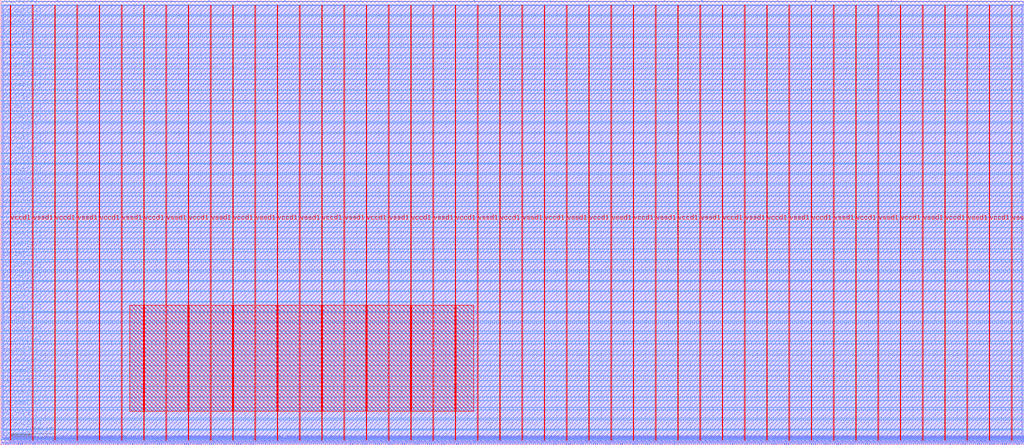
<source format=lef>
VERSION 5.7 ;
  NOWIREEXTENSIONATPIN ON ;
  DIVIDERCHAR "/" ;
  BUSBITCHARS "[]" ;
MACRO pwm_top
  CLASS BLOCK ;
  FOREIGN pwm_top ;
  ORIGIN 0.000 0.000 ;
  SIZE 2300.000 BY 1000.000 ;
  PIN io_in[0]
    DIRECTION INPUT ;
    USE SIGNAL ;
    PORT
      LAYER met3 ;
        RECT 2296.000 10.920 2300.000 11.520 ;
    END
  END io_in[0]
  PIN io_in[10]
    DIRECTION INPUT ;
    USE SIGNAL ;
    PORT
      LAYER met3 ;
        RECT 2296.000 677.320 2300.000 677.920 ;
    END
  END io_in[10]
  PIN io_in[11]
    DIRECTION INPUT ;
    USE SIGNAL ;
    PORT
      LAYER met3 ;
        RECT 2296.000 743.960 2300.000 744.560 ;
    END
  END io_in[11]
  PIN io_in[12]
    DIRECTION INPUT ;
    USE SIGNAL ;
    PORT
      LAYER met3 ;
        RECT 2296.000 810.600 2300.000 811.200 ;
    END
  END io_in[12]
  PIN io_in[13]
    DIRECTION INPUT ;
    USE SIGNAL ;
    PORT
      LAYER met3 ;
        RECT 2296.000 877.240 2300.000 877.840 ;
    END
  END io_in[13]
  PIN io_in[14]
    DIRECTION INPUT ;
    USE SIGNAL ;
    PORT
      LAYER met3 ;
        RECT 2296.000 943.880 2300.000 944.480 ;
    END
  END io_in[14]
  PIN io_in[15]
    DIRECTION INPUT ;
    USE SIGNAL ;
    PORT
      LAYER met2 ;
        RECT 2256.850 996.000 2257.130 1000.000 ;
    END
  END io_in[15]
  PIN io_in[16]
    DIRECTION INPUT ;
    USE SIGNAL ;
    PORT
      LAYER met2 ;
        RECT 2001.550 996.000 2001.830 1000.000 ;
    END
  END io_in[16]
  PIN io_in[17]
    DIRECTION INPUT ;
    USE SIGNAL ;
    PORT
      LAYER met2 ;
        RECT 1745.790 996.000 1746.070 1000.000 ;
    END
  END io_in[17]
  PIN io_in[18]
    DIRECTION INPUT ;
    USE SIGNAL ;
    PORT
      LAYER met2 ;
        RECT 1490.490 996.000 1490.770 1000.000 ;
    END
  END io_in[18]
  PIN io_in[19]
    DIRECTION INPUT ;
    USE SIGNAL ;
    PORT
      LAYER met2 ;
        RECT 1234.730 996.000 1235.010 1000.000 ;
    END
  END io_in[19]
  PIN io_in[1]
    DIRECTION INPUT ;
    USE SIGNAL ;
    PORT
      LAYER met3 ;
        RECT 2296.000 77.560 2300.000 78.160 ;
    END
  END io_in[1]
  PIN io_in[20]
    DIRECTION INPUT ;
    USE SIGNAL ;
    PORT
      LAYER met2 ;
        RECT 979.430 996.000 979.710 1000.000 ;
    END
  END io_in[20]
  PIN io_in[21]
    DIRECTION INPUT ;
    USE SIGNAL ;
    PORT
      LAYER met2 ;
        RECT 723.670 996.000 723.950 1000.000 ;
    END
  END io_in[21]
  PIN io_in[22]
    DIRECTION INPUT ;
    USE SIGNAL ;
    PORT
      LAYER met2 ;
        RECT 467.910 996.000 468.190 1000.000 ;
    END
  END io_in[22]
  PIN io_in[23]
    DIRECTION INPUT ;
    USE SIGNAL ;
    PORT
      LAYER met2 ;
        RECT 212.610 996.000 212.890 1000.000 ;
    END
  END io_in[23]
  PIN io_in[24]
    DIRECTION INPUT ;
    USE SIGNAL ;
    PORT
      LAYER met3 ;
        RECT 0.000 987.400 4.000 988.000 ;
    END
  END io_in[24]
  PIN io_in[25]
    DIRECTION INPUT ;
    USE SIGNAL ;
    PORT
      LAYER met3 ;
        RECT 0.000 916.000 4.000 916.600 ;
    END
  END io_in[25]
  PIN io_in[26]
    DIRECTION INPUT ;
    USE SIGNAL ;
    PORT
      LAYER met3 ;
        RECT 0.000 844.600 4.000 845.200 ;
    END
  END io_in[26]
  PIN io_in[27]
    DIRECTION INPUT ;
    USE SIGNAL ;
    PORT
      LAYER met3 ;
        RECT 0.000 773.200 4.000 773.800 ;
    END
  END io_in[27]
  PIN io_in[28]
    DIRECTION INPUT ;
    USE SIGNAL ;
    PORT
      LAYER met3 ;
        RECT 0.000 701.800 4.000 702.400 ;
    END
  END io_in[28]
  PIN io_in[29]
    DIRECTION INPUT ;
    USE SIGNAL ;
    PORT
      LAYER met3 ;
        RECT 0.000 630.400 4.000 631.000 ;
    END
  END io_in[29]
  PIN io_in[2]
    DIRECTION INPUT ;
    USE SIGNAL ;
    PORT
      LAYER met3 ;
        RECT 2296.000 144.200 2300.000 144.800 ;
    END
  END io_in[2]
  PIN io_in[30]
    DIRECTION INPUT ;
    USE SIGNAL ;
    PORT
      LAYER met3 ;
        RECT 0.000 559.000 4.000 559.600 ;
    END
  END io_in[30]
  PIN io_in[31]
    DIRECTION INPUT ;
    USE SIGNAL ;
    PORT
      LAYER met3 ;
        RECT 0.000 487.600 4.000 488.200 ;
    END
  END io_in[31]
  PIN io_in[32]
    DIRECTION INPUT ;
    USE SIGNAL ;
    PORT
      LAYER met3 ;
        RECT 0.000 416.200 4.000 416.800 ;
    END
  END io_in[32]
  PIN io_in[33]
    DIRECTION INPUT ;
    USE SIGNAL ;
    PORT
      LAYER met3 ;
        RECT 0.000 344.800 4.000 345.400 ;
    END
  END io_in[33]
  PIN io_in[34]
    DIRECTION INPUT ;
    USE SIGNAL ;
    PORT
      LAYER met3 ;
        RECT 0.000 273.400 4.000 274.000 ;
    END
  END io_in[34]
  PIN io_in[35]
    DIRECTION INPUT ;
    USE SIGNAL ;
    PORT
      LAYER met3 ;
        RECT 0.000 202.000 4.000 202.600 ;
    END
  END io_in[35]
  PIN io_in[36]
    DIRECTION INPUT ;
    USE SIGNAL ;
    PORT
      LAYER met3 ;
        RECT 0.000 130.600 4.000 131.200 ;
    END
  END io_in[36]
  PIN io_in[37]
    DIRECTION INPUT ;
    USE SIGNAL ;
    PORT
      LAYER met3 ;
        RECT 0.000 59.200 4.000 59.800 ;
    END
  END io_in[37]
  PIN io_in[3]
    DIRECTION INPUT ;
    USE SIGNAL ;
    PORT
      LAYER met3 ;
        RECT 2296.000 210.840 2300.000 211.440 ;
    END
  END io_in[3]
  PIN io_in[4]
    DIRECTION INPUT ;
    USE SIGNAL ;
    PORT
      LAYER met3 ;
        RECT 2296.000 277.480 2300.000 278.080 ;
    END
  END io_in[4]
  PIN io_in[5]
    DIRECTION INPUT ;
    USE SIGNAL ;
    PORT
      LAYER met3 ;
        RECT 2296.000 344.120 2300.000 344.720 ;
    END
  END io_in[5]
  PIN io_in[6]
    DIRECTION INPUT ;
    USE SIGNAL ;
    PORT
      LAYER met3 ;
        RECT 2296.000 410.760 2300.000 411.360 ;
    END
  END io_in[6]
  PIN io_in[7]
    DIRECTION INPUT ;
    USE SIGNAL ;
    PORT
      LAYER met3 ;
        RECT 2296.000 477.400 2300.000 478.000 ;
    END
  END io_in[7]
  PIN io_in[8]
    DIRECTION INPUT ;
    USE SIGNAL ;
    PORT
      LAYER met3 ;
        RECT 2296.000 544.040 2300.000 544.640 ;
    END
  END io_in[8]
  PIN io_in[9]
    DIRECTION INPUT ;
    USE SIGNAL ;
    PORT
      LAYER met3 ;
        RECT 2296.000 610.680 2300.000 611.280 ;
    END
  END io_in[9]
  PIN io_oeb[0]
    DIRECTION OUTPUT TRISTATE ;
    USE SIGNAL ;
    PORT
      LAYER met3 ;
        RECT 2296.000 55.120 2300.000 55.720 ;
    END
  END io_oeb[0]
  PIN io_oeb[10]
    DIRECTION OUTPUT TRISTATE ;
    USE SIGNAL ;
    PORT
      LAYER met3 ;
        RECT 2296.000 722.200 2300.000 722.800 ;
    END
  END io_oeb[10]
  PIN io_oeb[11]
    DIRECTION OUTPUT TRISTATE ;
    USE SIGNAL ;
    PORT
      LAYER met3 ;
        RECT 2296.000 788.840 2300.000 789.440 ;
    END
  END io_oeb[11]
  PIN io_oeb[12]
    DIRECTION OUTPUT TRISTATE ;
    USE SIGNAL ;
    PORT
      LAYER met3 ;
        RECT 2296.000 855.480 2300.000 856.080 ;
    END
  END io_oeb[12]
  PIN io_oeb[13]
    DIRECTION OUTPUT TRISTATE ;
    USE SIGNAL ;
    PORT
      LAYER met3 ;
        RECT 2296.000 922.120 2300.000 922.720 ;
    END
  END io_oeb[13]
  PIN io_oeb[14]
    DIRECTION OUTPUT TRISTATE ;
    USE SIGNAL ;
    PORT
      LAYER met3 ;
        RECT 2296.000 988.760 2300.000 989.360 ;
    END
  END io_oeb[14]
  PIN io_oeb[15]
    DIRECTION OUTPUT TRISTATE ;
    USE SIGNAL ;
    PORT
      LAYER met2 ;
        RECT 2086.650 996.000 2086.930 1000.000 ;
    END
  END io_oeb[15]
  PIN io_oeb[16]
    DIRECTION OUTPUT TRISTATE ;
    USE SIGNAL ;
    PORT
      LAYER met2 ;
        RECT 1830.890 996.000 1831.170 1000.000 ;
    END
  END io_oeb[16]
  PIN io_oeb[17]
    DIRECTION OUTPUT TRISTATE ;
    USE SIGNAL ;
    PORT
      LAYER met2 ;
        RECT 1575.590 996.000 1575.870 1000.000 ;
    END
  END io_oeb[17]
  PIN io_oeb[18]
    DIRECTION OUTPUT TRISTATE ;
    USE SIGNAL ;
    PORT
      LAYER met2 ;
        RECT 1319.830 996.000 1320.110 1000.000 ;
    END
  END io_oeb[18]
  PIN io_oeb[19]
    DIRECTION OUTPUT TRISTATE ;
    USE SIGNAL ;
    PORT
      LAYER met2 ;
        RECT 1064.530 996.000 1064.810 1000.000 ;
    END
  END io_oeb[19]
  PIN io_oeb[1]
    DIRECTION OUTPUT TRISTATE ;
    USE SIGNAL ;
    PORT
      LAYER met3 ;
        RECT 2296.000 121.760 2300.000 122.360 ;
    END
  END io_oeb[1]
  PIN io_oeb[20]
    DIRECTION OUTPUT TRISTATE ;
    USE SIGNAL ;
    PORT
      LAYER met2 ;
        RECT 808.770 996.000 809.050 1000.000 ;
    END
  END io_oeb[20]
  PIN io_oeb[21]
    DIRECTION OUTPUT TRISTATE ;
    USE SIGNAL ;
    PORT
      LAYER met2 ;
        RECT 553.470 996.000 553.750 1000.000 ;
    END
  END io_oeb[21]
  PIN io_oeb[22]
    DIRECTION OUTPUT TRISTATE ;
    USE SIGNAL ;
    PORT
      LAYER met2 ;
        RECT 297.710 996.000 297.990 1000.000 ;
    END
  END io_oeb[22]
  PIN io_oeb[23]
    DIRECTION OUTPUT TRISTATE ;
    USE SIGNAL ;
    PORT
      LAYER met2 ;
        RECT 42.410 996.000 42.690 1000.000 ;
    END
  END io_oeb[23]
  PIN io_oeb[24]
    DIRECTION OUTPUT TRISTATE ;
    USE SIGNAL ;
    PORT
      LAYER met3 ;
        RECT 0.000 939.800 4.000 940.400 ;
    END
  END io_oeb[24]
  PIN io_oeb[25]
    DIRECTION OUTPUT TRISTATE ;
    USE SIGNAL ;
    PORT
      LAYER met3 ;
        RECT 0.000 868.400 4.000 869.000 ;
    END
  END io_oeb[25]
  PIN io_oeb[26]
    DIRECTION OUTPUT TRISTATE ;
    USE SIGNAL ;
    PORT
      LAYER met3 ;
        RECT 0.000 797.000 4.000 797.600 ;
    END
  END io_oeb[26]
  PIN io_oeb[27]
    DIRECTION OUTPUT TRISTATE ;
    USE SIGNAL ;
    PORT
      LAYER met3 ;
        RECT 0.000 725.600 4.000 726.200 ;
    END
  END io_oeb[27]
  PIN io_oeb[28]
    DIRECTION OUTPUT TRISTATE ;
    USE SIGNAL ;
    PORT
      LAYER met3 ;
        RECT 0.000 654.200 4.000 654.800 ;
    END
  END io_oeb[28]
  PIN io_oeb[29]
    DIRECTION OUTPUT TRISTATE ;
    USE SIGNAL ;
    PORT
      LAYER met3 ;
        RECT 0.000 582.800 4.000 583.400 ;
    END
  END io_oeb[29]
  PIN io_oeb[2]
    DIRECTION OUTPUT TRISTATE ;
    USE SIGNAL ;
    PORT
      LAYER met3 ;
        RECT 2296.000 188.400 2300.000 189.000 ;
    END
  END io_oeb[2]
  PIN io_oeb[30]
    DIRECTION OUTPUT TRISTATE ;
    USE SIGNAL ;
    PORT
      LAYER met3 ;
        RECT 0.000 511.400 4.000 512.000 ;
    END
  END io_oeb[30]
  PIN io_oeb[31]
    DIRECTION OUTPUT TRISTATE ;
    USE SIGNAL ;
    PORT
      LAYER met3 ;
        RECT 0.000 440.000 4.000 440.600 ;
    END
  END io_oeb[31]
  PIN io_oeb[32]
    DIRECTION OUTPUT TRISTATE ;
    USE SIGNAL ;
    PORT
      LAYER met3 ;
        RECT 0.000 368.600 4.000 369.200 ;
    END
  END io_oeb[32]
  PIN io_oeb[33]
    DIRECTION OUTPUT TRISTATE ;
    USE SIGNAL ;
    PORT
      LAYER met3 ;
        RECT 0.000 297.200 4.000 297.800 ;
    END
  END io_oeb[33]
  PIN io_oeb[34]
    DIRECTION OUTPUT TRISTATE ;
    USE SIGNAL ;
    PORT
      LAYER met3 ;
        RECT 0.000 225.800 4.000 226.400 ;
    END
  END io_oeb[34]
  PIN io_oeb[35]
    DIRECTION OUTPUT TRISTATE ;
    USE SIGNAL ;
    PORT
      LAYER met3 ;
        RECT 0.000 154.400 4.000 155.000 ;
    END
  END io_oeb[35]
  PIN io_oeb[36]
    DIRECTION OUTPUT TRISTATE ;
    USE SIGNAL ;
    PORT
      LAYER met3 ;
        RECT 0.000 83.000 4.000 83.600 ;
    END
  END io_oeb[36]
  PIN io_oeb[37]
    DIRECTION OUTPUT TRISTATE ;
    USE SIGNAL ;
    PORT
      LAYER met3 ;
        RECT 0.000 11.600 4.000 12.200 ;
    END
  END io_oeb[37]
  PIN io_oeb[3]
    DIRECTION OUTPUT TRISTATE ;
    USE SIGNAL ;
    PORT
      LAYER met3 ;
        RECT 2296.000 255.040 2300.000 255.640 ;
    END
  END io_oeb[3]
  PIN io_oeb[4]
    DIRECTION OUTPUT TRISTATE ;
    USE SIGNAL ;
    PORT
      LAYER met3 ;
        RECT 2296.000 321.680 2300.000 322.280 ;
    END
  END io_oeb[4]
  PIN io_oeb[5]
    DIRECTION OUTPUT TRISTATE ;
    USE SIGNAL ;
    PORT
      LAYER met3 ;
        RECT 2296.000 388.320 2300.000 388.920 ;
    END
  END io_oeb[5]
  PIN io_oeb[6]
    DIRECTION OUTPUT TRISTATE ;
    USE SIGNAL ;
    PORT
      LAYER met3 ;
        RECT 2296.000 454.960 2300.000 455.560 ;
    END
  END io_oeb[6]
  PIN io_oeb[7]
    DIRECTION OUTPUT TRISTATE ;
    USE SIGNAL ;
    PORT
      LAYER met3 ;
        RECT 2296.000 521.600 2300.000 522.200 ;
    END
  END io_oeb[7]
  PIN io_oeb[8]
    DIRECTION OUTPUT TRISTATE ;
    USE SIGNAL ;
    PORT
      LAYER met3 ;
        RECT 2296.000 588.240 2300.000 588.840 ;
    END
  END io_oeb[8]
  PIN io_oeb[9]
    DIRECTION OUTPUT TRISTATE ;
    USE SIGNAL ;
    PORT
      LAYER met3 ;
        RECT 2296.000 654.880 2300.000 655.480 ;
    END
  END io_oeb[9]
  PIN io_out[0]
    DIRECTION OUTPUT TRISTATE ;
    USE SIGNAL ;
    PORT
      LAYER met3 ;
        RECT 2296.000 32.680 2300.000 33.280 ;
    END
  END io_out[0]
  PIN io_out[10]
    DIRECTION OUTPUT TRISTATE ;
    USE SIGNAL ;
    PORT
      LAYER met3 ;
        RECT 2296.000 699.760 2300.000 700.360 ;
    END
  END io_out[10]
  PIN io_out[11]
    DIRECTION OUTPUT TRISTATE ;
    USE SIGNAL ;
    PORT
      LAYER met3 ;
        RECT 2296.000 766.400 2300.000 767.000 ;
    END
  END io_out[11]
  PIN io_out[12]
    DIRECTION OUTPUT TRISTATE ;
    USE SIGNAL ;
    PORT
      LAYER met3 ;
        RECT 2296.000 833.040 2300.000 833.640 ;
    END
  END io_out[12]
  PIN io_out[13]
    DIRECTION OUTPUT TRISTATE ;
    USE SIGNAL ;
    PORT
      LAYER met3 ;
        RECT 2296.000 899.680 2300.000 900.280 ;
    END
  END io_out[13]
  PIN io_out[14]
    DIRECTION OUTPUT TRISTATE ;
    USE SIGNAL ;
    PORT
      LAYER met3 ;
        RECT 2296.000 966.320 2300.000 966.920 ;
    END
  END io_out[14]
  PIN io_out[15]
    DIRECTION OUTPUT TRISTATE ;
    USE SIGNAL ;
    PORT
      LAYER met2 ;
        RECT 2171.750 996.000 2172.030 1000.000 ;
    END
  END io_out[15]
  PIN io_out[16]
    DIRECTION OUTPUT TRISTATE ;
    USE SIGNAL ;
    PORT
      LAYER met2 ;
        RECT 1916.450 996.000 1916.730 1000.000 ;
    END
  END io_out[16]
  PIN io_out[17]
    DIRECTION OUTPUT TRISTATE ;
    USE SIGNAL ;
    PORT
      LAYER met2 ;
        RECT 1660.690 996.000 1660.970 1000.000 ;
    END
  END io_out[17]
  PIN io_out[18]
    DIRECTION OUTPUT TRISTATE ;
    USE SIGNAL ;
    PORT
      LAYER met2 ;
        RECT 1404.930 996.000 1405.210 1000.000 ;
    END
  END io_out[18]
  PIN io_out[19]
    DIRECTION OUTPUT TRISTATE ;
    USE SIGNAL ;
    PORT
      LAYER met2 ;
        RECT 1149.630 996.000 1149.910 1000.000 ;
    END
  END io_out[19]
  PIN io_out[1]
    DIRECTION OUTPUT TRISTATE ;
    USE SIGNAL ;
    PORT
      LAYER met3 ;
        RECT 2296.000 99.320 2300.000 99.920 ;
    END
  END io_out[1]
  PIN io_out[20]
    DIRECTION OUTPUT TRISTATE ;
    USE SIGNAL ;
    PORT
      LAYER met2 ;
        RECT 893.870 996.000 894.150 1000.000 ;
    END
  END io_out[20]
  PIN io_out[21]
    DIRECTION OUTPUT TRISTATE ;
    USE SIGNAL ;
    PORT
      LAYER met2 ;
        RECT 638.570 996.000 638.850 1000.000 ;
    END
  END io_out[21]
  PIN io_out[22]
    DIRECTION OUTPUT TRISTATE ;
    USE SIGNAL ;
    PORT
      LAYER met2 ;
        RECT 382.810 996.000 383.090 1000.000 ;
    END
  END io_out[22]
  PIN io_out[23]
    DIRECTION OUTPUT TRISTATE ;
    USE SIGNAL ;
    PORT
      LAYER met2 ;
        RECT 127.510 996.000 127.790 1000.000 ;
    END
  END io_out[23]
  PIN io_out[24]
    DIRECTION OUTPUT TRISTATE ;
    USE SIGNAL ;
    PORT
      LAYER met3 ;
        RECT 0.000 963.600 4.000 964.200 ;
    END
  END io_out[24]
  PIN io_out[25]
    DIRECTION OUTPUT TRISTATE ;
    USE SIGNAL ;
    PORT
      LAYER met3 ;
        RECT 0.000 892.200 4.000 892.800 ;
    END
  END io_out[25]
  PIN io_out[26]
    DIRECTION OUTPUT TRISTATE ;
    USE SIGNAL ;
    PORT
      LAYER met3 ;
        RECT 0.000 820.800 4.000 821.400 ;
    END
  END io_out[26]
  PIN io_out[27]
    DIRECTION OUTPUT TRISTATE ;
    USE SIGNAL ;
    PORT
      LAYER met3 ;
        RECT 0.000 749.400 4.000 750.000 ;
    END
  END io_out[27]
  PIN io_out[28]
    DIRECTION OUTPUT TRISTATE ;
    USE SIGNAL ;
    PORT
      LAYER met3 ;
        RECT 0.000 678.000 4.000 678.600 ;
    END
  END io_out[28]
  PIN io_out[29]
    DIRECTION OUTPUT TRISTATE ;
    USE SIGNAL ;
    PORT
      LAYER met3 ;
        RECT 0.000 606.600 4.000 607.200 ;
    END
  END io_out[29]
  PIN io_out[2]
    DIRECTION OUTPUT TRISTATE ;
    USE SIGNAL ;
    PORT
      LAYER met3 ;
        RECT 2296.000 165.960 2300.000 166.560 ;
    END
  END io_out[2]
  PIN io_out[30]
    DIRECTION OUTPUT TRISTATE ;
    USE SIGNAL ;
    PORT
      LAYER met3 ;
        RECT 0.000 535.200 4.000 535.800 ;
    END
  END io_out[30]
  PIN io_out[31]
    DIRECTION OUTPUT TRISTATE ;
    USE SIGNAL ;
    PORT
      LAYER met3 ;
        RECT 0.000 463.800 4.000 464.400 ;
    END
  END io_out[31]
  PIN io_out[32]
    DIRECTION OUTPUT TRISTATE ;
    USE SIGNAL ;
    PORT
      LAYER met3 ;
        RECT 0.000 392.400 4.000 393.000 ;
    END
  END io_out[32]
  PIN io_out[33]
    DIRECTION OUTPUT TRISTATE ;
    USE SIGNAL ;
    PORT
      LAYER met3 ;
        RECT 0.000 321.000 4.000 321.600 ;
    END
  END io_out[33]
  PIN io_out[34]
    DIRECTION OUTPUT TRISTATE ;
    USE SIGNAL ;
    PORT
      LAYER met3 ;
        RECT 0.000 249.600 4.000 250.200 ;
    END
  END io_out[34]
  PIN io_out[35]
    DIRECTION OUTPUT TRISTATE ;
    USE SIGNAL ;
    PORT
      LAYER met3 ;
        RECT 0.000 178.200 4.000 178.800 ;
    END
  END io_out[35]
  PIN io_out[36]
    DIRECTION OUTPUT TRISTATE ;
    USE SIGNAL ;
    PORT
      LAYER met3 ;
        RECT 0.000 106.800 4.000 107.400 ;
    END
  END io_out[36]
  PIN io_out[37]
    DIRECTION OUTPUT TRISTATE ;
    USE SIGNAL ;
    PORT
      LAYER met3 ;
        RECT 0.000 35.400 4.000 36.000 ;
    END
  END io_out[37]
  PIN io_out[3]
    DIRECTION OUTPUT TRISTATE ;
    USE SIGNAL ;
    PORT
      LAYER met3 ;
        RECT 2296.000 232.600 2300.000 233.200 ;
    END
  END io_out[3]
  PIN io_out[4]
    DIRECTION OUTPUT TRISTATE ;
    USE SIGNAL ;
    PORT
      LAYER met3 ;
        RECT 2296.000 299.240 2300.000 299.840 ;
    END
  END io_out[4]
  PIN io_out[5]
    DIRECTION OUTPUT TRISTATE ;
    USE SIGNAL ;
    PORT
      LAYER met3 ;
        RECT 2296.000 366.560 2300.000 367.160 ;
    END
  END io_out[5]
  PIN io_out[6]
    DIRECTION OUTPUT TRISTATE ;
    USE SIGNAL ;
    PORT
      LAYER met3 ;
        RECT 2296.000 433.200 2300.000 433.800 ;
    END
  END io_out[6]
  PIN io_out[7]
    DIRECTION OUTPUT TRISTATE ;
    USE SIGNAL ;
    PORT
      LAYER met3 ;
        RECT 2296.000 499.840 2300.000 500.440 ;
    END
  END io_out[7]
  PIN io_out[8]
    DIRECTION OUTPUT TRISTATE ;
    USE SIGNAL ;
    PORT
      LAYER met3 ;
        RECT 2296.000 566.480 2300.000 567.080 ;
    END
  END io_out[8]
  PIN io_out[9]
    DIRECTION OUTPUT TRISTATE ;
    USE SIGNAL ;
    PORT
      LAYER met3 ;
        RECT 2296.000 633.120 2300.000 633.720 ;
    END
  END io_out[9]
  PIN irq[0]
    DIRECTION OUTPUT TRISTATE ;
    USE SIGNAL ;
    PORT
      LAYER met2 ;
        RECT 2288.130 0.000 2288.410 4.000 ;
    END
  END irq[0]
  PIN irq[1]
    DIRECTION OUTPUT TRISTATE ;
    USE SIGNAL ;
    PORT
      LAYER met2 ;
        RECT 2292.730 0.000 2293.010 4.000 ;
    END
  END irq[1]
  PIN irq[2]
    DIRECTION OUTPUT TRISTATE ;
    USE SIGNAL ;
    PORT
      LAYER met2 ;
        RECT 2297.330 0.000 2297.610 4.000 ;
    END
  END irq[2]
  PIN la_data_in[0]
    DIRECTION INPUT ;
    USE SIGNAL ;
    PORT
      LAYER met2 ;
        RECT 496.890 0.000 497.170 4.000 ;
    END
  END la_data_in[0]
  PIN la_data_in[100]
    DIRECTION INPUT ;
    USE SIGNAL ;
    PORT
      LAYER met2 ;
        RECT 1896.210 0.000 1896.490 4.000 ;
    END
  END la_data_in[100]
  PIN la_data_in[101]
    DIRECTION INPUT ;
    USE SIGNAL ;
    PORT
      LAYER met2 ;
        RECT 1910.470 0.000 1910.750 4.000 ;
    END
  END la_data_in[101]
  PIN la_data_in[102]
    DIRECTION INPUT ;
    USE SIGNAL ;
    PORT
      LAYER met2 ;
        RECT 1924.270 0.000 1924.550 4.000 ;
    END
  END la_data_in[102]
  PIN la_data_in[103]
    DIRECTION INPUT ;
    USE SIGNAL ;
    PORT
      LAYER met2 ;
        RECT 1938.070 0.000 1938.350 4.000 ;
    END
  END la_data_in[103]
  PIN la_data_in[104]
    DIRECTION INPUT ;
    USE SIGNAL ;
    PORT
      LAYER met2 ;
        RECT 1952.330 0.000 1952.610 4.000 ;
    END
  END la_data_in[104]
  PIN la_data_in[105]
    DIRECTION INPUT ;
    USE SIGNAL ;
    PORT
      LAYER met2 ;
        RECT 1966.130 0.000 1966.410 4.000 ;
    END
  END la_data_in[105]
  PIN la_data_in[106]
    DIRECTION INPUT ;
    USE SIGNAL ;
    PORT
      LAYER met2 ;
        RECT 1980.390 0.000 1980.670 4.000 ;
    END
  END la_data_in[106]
  PIN la_data_in[107]
    DIRECTION INPUT ;
    USE SIGNAL ;
    PORT
      LAYER met2 ;
        RECT 1994.190 0.000 1994.470 4.000 ;
    END
  END la_data_in[107]
  PIN la_data_in[108]
    DIRECTION INPUT ;
    USE SIGNAL ;
    PORT
      LAYER met2 ;
        RECT 2008.450 0.000 2008.730 4.000 ;
    END
  END la_data_in[108]
  PIN la_data_in[109]
    DIRECTION INPUT ;
    USE SIGNAL ;
    PORT
      LAYER met2 ;
        RECT 2022.250 0.000 2022.530 4.000 ;
    END
  END la_data_in[109]
  PIN la_data_in[10]
    DIRECTION INPUT ;
    USE SIGNAL ;
    PORT
      LAYER met2 ;
        RECT 636.730 0.000 637.010 4.000 ;
    END
  END la_data_in[10]
  PIN la_data_in[110]
    DIRECTION INPUT ;
    USE SIGNAL ;
    PORT
      LAYER met2 ;
        RECT 2036.050 0.000 2036.330 4.000 ;
    END
  END la_data_in[110]
  PIN la_data_in[111]
    DIRECTION INPUT ;
    USE SIGNAL ;
    PORT
      LAYER met2 ;
        RECT 2050.310 0.000 2050.590 4.000 ;
    END
  END la_data_in[111]
  PIN la_data_in[112]
    DIRECTION INPUT ;
    USE SIGNAL ;
    PORT
      LAYER met2 ;
        RECT 2064.110 0.000 2064.390 4.000 ;
    END
  END la_data_in[112]
  PIN la_data_in[113]
    DIRECTION INPUT ;
    USE SIGNAL ;
    PORT
      LAYER met2 ;
        RECT 2078.370 0.000 2078.650 4.000 ;
    END
  END la_data_in[113]
  PIN la_data_in[114]
    DIRECTION INPUT ;
    USE SIGNAL ;
    PORT
      LAYER met2 ;
        RECT 2092.170 0.000 2092.450 4.000 ;
    END
  END la_data_in[114]
  PIN la_data_in[115]
    DIRECTION INPUT ;
    USE SIGNAL ;
    PORT
      LAYER met2 ;
        RECT 2106.430 0.000 2106.710 4.000 ;
    END
  END la_data_in[115]
  PIN la_data_in[116]
    DIRECTION INPUT ;
    USE SIGNAL ;
    PORT
      LAYER met2 ;
        RECT 2120.230 0.000 2120.510 4.000 ;
    END
  END la_data_in[116]
  PIN la_data_in[117]
    DIRECTION INPUT ;
    USE SIGNAL ;
    PORT
      LAYER met2 ;
        RECT 2134.030 0.000 2134.310 4.000 ;
    END
  END la_data_in[117]
  PIN la_data_in[118]
    DIRECTION INPUT ;
    USE SIGNAL ;
    PORT
      LAYER met2 ;
        RECT 2148.290 0.000 2148.570 4.000 ;
    END
  END la_data_in[118]
  PIN la_data_in[119]
    DIRECTION INPUT ;
    USE SIGNAL ;
    PORT
      LAYER met2 ;
        RECT 2162.090 0.000 2162.370 4.000 ;
    END
  END la_data_in[119]
  PIN la_data_in[11]
    DIRECTION INPUT ;
    USE SIGNAL ;
    PORT
      LAYER met2 ;
        RECT 650.530 0.000 650.810 4.000 ;
    END
  END la_data_in[11]
  PIN la_data_in[120]
    DIRECTION INPUT ;
    USE SIGNAL ;
    PORT
      LAYER met2 ;
        RECT 2176.350 0.000 2176.630 4.000 ;
    END
  END la_data_in[120]
  PIN la_data_in[121]
    DIRECTION INPUT ;
    USE SIGNAL ;
    PORT
      LAYER met2 ;
        RECT 2190.150 0.000 2190.430 4.000 ;
    END
  END la_data_in[121]
  PIN la_data_in[122]
    DIRECTION INPUT ;
    USE SIGNAL ;
    PORT
      LAYER met2 ;
        RECT 2204.410 0.000 2204.690 4.000 ;
    END
  END la_data_in[122]
  PIN la_data_in[123]
    DIRECTION INPUT ;
    USE SIGNAL ;
    PORT
      LAYER met2 ;
        RECT 2218.210 0.000 2218.490 4.000 ;
    END
  END la_data_in[123]
  PIN la_data_in[124]
    DIRECTION INPUT ;
    USE SIGNAL ;
    PORT
      LAYER met2 ;
        RECT 2232.010 0.000 2232.290 4.000 ;
    END
  END la_data_in[124]
  PIN la_data_in[125]
    DIRECTION INPUT ;
    USE SIGNAL ;
    PORT
      LAYER met2 ;
        RECT 2246.270 0.000 2246.550 4.000 ;
    END
  END la_data_in[125]
  PIN la_data_in[126]
    DIRECTION INPUT ;
    USE SIGNAL ;
    PORT
      LAYER met2 ;
        RECT 2260.070 0.000 2260.350 4.000 ;
    END
  END la_data_in[126]
  PIN la_data_in[127]
    DIRECTION INPUT ;
    USE SIGNAL ;
    PORT
      LAYER met2 ;
        RECT 2274.330 0.000 2274.610 4.000 ;
    END
  END la_data_in[127]
  PIN la_data_in[12]
    DIRECTION INPUT ;
    USE SIGNAL ;
    PORT
      LAYER met2 ;
        RECT 664.790 0.000 665.070 4.000 ;
    END
  END la_data_in[12]
  PIN la_data_in[13]
    DIRECTION INPUT ;
    USE SIGNAL ;
    PORT
      LAYER met2 ;
        RECT 678.590 0.000 678.870 4.000 ;
    END
  END la_data_in[13]
  PIN la_data_in[14]
    DIRECTION INPUT ;
    USE SIGNAL ;
    PORT
      LAYER met2 ;
        RECT 692.850 0.000 693.130 4.000 ;
    END
  END la_data_in[14]
  PIN la_data_in[15]
    DIRECTION INPUT ;
    USE SIGNAL ;
    PORT
      LAYER met2 ;
        RECT 706.650 0.000 706.930 4.000 ;
    END
  END la_data_in[15]
  PIN la_data_in[16]
    DIRECTION INPUT ;
    USE SIGNAL ;
    PORT
      LAYER met2 ;
        RECT 720.450 0.000 720.730 4.000 ;
    END
  END la_data_in[16]
  PIN la_data_in[17]
    DIRECTION INPUT ;
    USE SIGNAL ;
    PORT
      LAYER met2 ;
        RECT 734.710 0.000 734.990 4.000 ;
    END
  END la_data_in[17]
  PIN la_data_in[18]
    DIRECTION INPUT ;
    USE SIGNAL ;
    PORT
      LAYER met2 ;
        RECT 748.510 0.000 748.790 4.000 ;
    END
  END la_data_in[18]
  PIN la_data_in[19]
    DIRECTION INPUT ;
    USE SIGNAL ;
    PORT
      LAYER met2 ;
        RECT 762.770 0.000 763.050 4.000 ;
    END
  END la_data_in[19]
  PIN la_data_in[1]
    DIRECTION INPUT ;
    USE SIGNAL ;
    PORT
      LAYER met2 ;
        RECT 510.690 0.000 510.970 4.000 ;
    END
  END la_data_in[1]
  PIN la_data_in[20]
    DIRECTION INPUT ;
    USE SIGNAL ;
    PORT
      LAYER met2 ;
        RECT 776.570 0.000 776.850 4.000 ;
    END
  END la_data_in[20]
  PIN la_data_in[21]
    DIRECTION INPUT ;
    USE SIGNAL ;
    PORT
      LAYER met2 ;
        RECT 790.370 0.000 790.650 4.000 ;
    END
  END la_data_in[21]
  PIN la_data_in[22]
    DIRECTION INPUT ;
    USE SIGNAL ;
    PORT
      LAYER met2 ;
        RECT 804.630 0.000 804.910 4.000 ;
    END
  END la_data_in[22]
  PIN la_data_in[23]
    DIRECTION INPUT ;
    USE SIGNAL ;
    PORT
      LAYER met2 ;
        RECT 818.430 0.000 818.710 4.000 ;
    END
  END la_data_in[23]
  PIN la_data_in[24]
    DIRECTION INPUT ;
    USE SIGNAL ;
    PORT
      LAYER met2 ;
        RECT 832.690 0.000 832.970 4.000 ;
    END
  END la_data_in[24]
  PIN la_data_in[25]
    DIRECTION INPUT ;
    USE SIGNAL ;
    PORT
      LAYER met2 ;
        RECT 846.490 0.000 846.770 4.000 ;
    END
  END la_data_in[25]
  PIN la_data_in[26]
    DIRECTION INPUT ;
    USE SIGNAL ;
    PORT
      LAYER met2 ;
        RECT 860.750 0.000 861.030 4.000 ;
    END
  END la_data_in[26]
  PIN la_data_in[27]
    DIRECTION INPUT ;
    USE SIGNAL ;
    PORT
      LAYER met2 ;
        RECT 874.550 0.000 874.830 4.000 ;
    END
  END la_data_in[27]
  PIN la_data_in[28]
    DIRECTION INPUT ;
    USE SIGNAL ;
    PORT
      LAYER met2 ;
        RECT 888.350 0.000 888.630 4.000 ;
    END
  END la_data_in[28]
  PIN la_data_in[29]
    DIRECTION INPUT ;
    USE SIGNAL ;
    PORT
      LAYER met2 ;
        RECT 902.610 0.000 902.890 4.000 ;
    END
  END la_data_in[29]
  PIN la_data_in[2]
    DIRECTION INPUT ;
    USE SIGNAL ;
    PORT
      LAYER met2 ;
        RECT 524.490 0.000 524.770 4.000 ;
    END
  END la_data_in[2]
  PIN la_data_in[30]
    DIRECTION INPUT ;
    USE SIGNAL ;
    PORT
      LAYER met2 ;
        RECT 916.410 0.000 916.690 4.000 ;
    END
  END la_data_in[30]
  PIN la_data_in[31]
    DIRECTION INPUT ;
    USE SIGNAL ;
    PORT
      LAYER met2 ;
        RECT 930.670 0.000 930.950 4.000 ;
    END
  END la_data_in[31]
  PIN la_data_in[32]
    DIRECTION INPUT ;
    USE SIGNAL ;
    PORT
      LAYER met2 ;
        RECT 944.470 0.000 944.750 4.000 ;
    END
  END la_data_in[32]
  PIN la_data_in[33]
    DIRECTION INPUT ;
    USE SIGNAL ;
    PORT
      LAYER met2 ;
        RECT 958.730 0.000 959.010 4.000 ;
    END
  END la_data_in[33]
  PIN la_data_in[34]
    DIRECTION INPUT ;
    USE SIGNAL ;
    PORT
      LAYER met2 ;
        RECT 972.530 0.000 972.810 4.000 ;
    END
  END la_data_in[34]
  PIN la_data_in[35]
    DIRECTION INPUT ;
    USE SIGNAL ;
    PORT
      LAYER met2 ;
        RECT 986.330 0.000 986.610 4.000 ;
    END
  END la_data_in[35]
  PIN la_data_in[36]
    DIRECTION INPUT ;
    USE SIGNAL ;
    PORT
      LAYER met2 ;
        RECT 1000.590 0.000 1000.870 4.000 ;
    END
  END la_data_in[36]
  PIN la_data_in[37]
    DIRECTION INPUT ;
    USE SIGNAL ;
    PORT
      LAYER met2 ;
        RECT 1014.390 0.000 1014.670 4.000 ;
    END
  END la_data_in[37]
  PIN la_data_in[38]
    DIRECTION INPUT ;
    USE SIGNAL ;
    PORT
      LAYER met2 ;
        RECT 1028.650 0.000 1028.930 4.000 ;
    END
  END la_data_in[38]
  PIN la_data_in[39]
    DIRECTION INPUT ;
    USE SIGNAL ;
    PORT
      LAYER met2 ;
        RECT 1042.450 0.000 1042.730 4.000 ;
    END
  END la_data_in[39]
  PIN la_data_in[3]
    DIRECTION INPUT ;
    USE SIGNAL ;
    PORT
      LAYER met2 ;
        RECT 538.750 0.000 539.030 4.000 ;
    END
  END la_data_in[3]
  PIN la_data_in[40]
    DIRECTION INPUT ;
    USE SIGNAL ;
    PORT
      LAYER met2 ;
        RECT 1056.710 0.000 1056.990 4.000 ;
    END
  END la_data_in[40]
  PIN la_data_in[41]
    DIRECTION INPUT ;
    USE SIGNAL ;
    PORT
      LAYER met2 ;
        RECT 1070.510 0.000 1070.790 4.000 ;
    END
  END la_data_in[41]
  PIN la_data_in[42]
    DIRECTION INPUT ;
    USE SIGNAL ;
    PORT
      LAYER met2 ;
        RECT 1084.310 0.000 1084.590 4.000 ;
    END
  END la_data_in[42]
  PIN la_data_in[43]
    DIRECTION INPUT ;
    USE SIGNAL ;
    PORT
      LAYER met2 ;
        RECT 1098.570 0.000 1098.850 4.000 ;
    END
  END la_data_in[43]
  PIN la_data_in[44]
    DIRECTION INPUT ;
    USE SIGNAL ;
    PORT
      LAYER met2 ;
        RECT 1112.370 0.000 1112.650 4.000 ;
    END
  END la_data_in[44]
  PIN la_data_in[45]
    DIRECTION INPUT ;
    USE SIGNAL ;
    PORT
      LAYER met2 ;
        RECT 1126.630 0.000 1126.910 4.000 ;
    END
  END la_data_in[45]
  PIN la_data_in[46]
    DIRECTION INPUT ;
    USE SIGNAL ;
    PORT
      LAYER met2 ;
        RECT 1140.430 0.000 1140.710 4.000 ;
    END
  END la_data_in[46]
  PIN la_data_in[47]
    DIRECTION INPUT ;
    USE SIGNAL ;
    PORT
      LAYER met2 ;
        RECT 1154.690 0.000 1154.970 4.000 ;
    END
  END la_data_in[47]
  PIN la_data_in[48]
    DIRECTION INPUT ;
    USE SIGNAL ;
    PORT
      LAYER met2 ;
        RECT 1168.490 0.000 1168.770 4.000 ;
    END
  END la_data_in[48]
  PIN la_data_in[49]
    DIRECTION INPUT ;
    USE SIGNAL ;
    PORT
      LAYER met2 ;
        RECT 1182.290 0.000 1182.570 4.000 ;
    END
  END la_data_in[49]
  PIN la_data_in[4]
    DIRECTION INPUT ;
    USE SIGNAL ;
    PORT
      LAYER met2 ;
        RECT 552.550 0.000 552.830 4.000 ;
    END
  END la_data_in[4]
  PIN la_data_in[50]
    DIRECTION INPUT ;
    USE SIGNAL ;
    PORT
      LAYER met2 ;
        RECT 1196.550 0.000 1196.830 4.000 ;
    END
  END la_data_in[50]
  PIN la_data_in[51]
    DIRECTION INPUT ;
    USE SIGNAL ;
    PORT
      LAYER met2 ;
        RECT 1210.350 0.000 1210.630 4.000 ;
    END
  END la_data_in[51]
  PIN la_data_in[52]
    DIRECTION INPUT ;
    USE SIGNAL ;
    PORT
      LAYER met2 ;
        RECT 1224.610 0.000 1224.890 4.000 ;
    END
  END la_data_in[52]
  PIN la_data_in[53]
    DIRECTION INPUT ;
    USE SIGNAL ;
    PORT
      LAYER met2 ;
        RECT 1238.410 0.000 1238.690 4.000 ;
    END
  END la_data_in[53]
  PIN la_data_in[54]
    DIRECTION INPUT ;
    USE SIGNAL ;
    PORT
      LAYER met2 ;
        RECT 1252.670 0.000 1252.950 4.000 ;
    END
  END la_data_in[54]
  PIN la_data_in[55]
    DIRECTION INPUT ;
    USE SIGNAL ;
    PORT
      LAYER met2 ;
        RECT 1266.470 0.000 1266.750 4.000 ;
    END
  END la_data_in[55]
  PIN la_data_in[56]
    DIRECTION INPUT ;
    USE SIGNAL ;
    PORT
      LAYER met2 ;
        RECT 1280.270 0.000 1280.550 4.000 ;
    END
  END la_data_in[56]
  PIN la_data_in[57]
    DIRECTION INPUT ;
    USE SIGNAL ;
    PORT
      LAYER met2 ;
        RECT 1294.530 0.000 1294.810 4.000 ;
    END
  END la_data_in[57]
  PIN la_data_in[58]
    DIRECTION INPUT ;
    USE SIGNAL ;
    PORT
      LAYER met2 ;
        RECT 1308.330 0.000 1308.610 4.000 ;
    END
  END la_data_in[58]
  PIN la_data_in[59]
    DIRECTION INPUT ;
    USE SIGNAL ;
    PORT
      LAYER met2 ;
        RECT 1322.590 0.000 1322.870 4.000 ;
    END
  END la_data_in[59]
  PIN la_data_in[5]
    DIRECTION INPUT ;
    USE SIGNAL ;
    PORT
      LAYER met2 ;
        RECT 566.810 0.000 567.090 4.000 ;
    END
  END la_data_in[5]
  PIN la_data_in[60]
    DIRECTION INPUT ;
    USE SIGNAL ;
    PORT
      LAYER met2 ;
        RECT 1336.390 0.000 1336.670 4.000 ;
    END
  END la_data_in[60]
  PIN la_data_in[61]
    DIRECTION INPUT ;
    USE SIGNAL ;
    PORT
      LAYER met2 ;
        RECT 1350.650 0.000 1350.930 4.000 ;
    END
  END la_data_in[61]
  PIN la_data_in[62]
    DIRECTION INPUT ;
    USE SIGNAL ;
    PORT
      LAYER met2 ;
        RECT 1364.450 0.000 1364.730 4.000 ;
    END
  END la_data_in[62]
  PIN la_data_in[63]
    DIRECTION INPUT ;
    USE SIGNAL ;
    PORT
      LAYER met2 ;
        RECT 1378.250 0.000 1378.530 4.000 ;
    END
  END la_data_in[63]
  PIN la_data_in[64]
    DIRECTION INPUT ;
    USE SIGNAL ;
    PORT
      LAYER met2 ;
        RECT 1392.510 0.000 1392.790 4.000 ;
    END
  END la_data_in[64]
  PIN la_data_in[65]
    DIRECTION INPUT ;
    USE SIGNAL ;
    PORT
      LAYER met2 ;
        RECT 1406.310 0.000 1406.590 4.000 ;
    END
  END la_data_in[65]
  PIN la_data_in[66]
    DIRECTION INPUT ;
    USE SIGNAL ;
    PORT
      LAYER met2 ;
        RECT 1420.570 0.000 1420.850 4.000 ;
    END
  END la_data_in[66]
  PIN la_data_in[67]
    DIRECTION INPUT ;
    USE SIGNAL ;
    PORT
      LAYER met2 ;
        RECT 1434.370 0.000 1434.650 4.000 ;
    END
  END la_data_in[67]
  PIN la_data_in[68]
    DIRECTION INPUT ;
    USE SIGNAL ;
    PORT
      LAYER met2 ;
        RECT 1448.630 0.000 1448.910 4.000 ;
    END
  END la_data_in[68]
  PIN la_data_in[69]
    DIRECTION INPUT ;
    USE SIGNAL ;
    PORT
      LAYER met2 ;
        RECT 1462.430 0.000 1462.710 4.000 ;
    END
  END la_data_in[69]
  PIN la_data_in[6]
    DIRECTION INPUT ;
    USE SIGNAL ;
    PORT
      LAYER met2 ;
        RECT 580.610 0.000 580.890 4.000 ;
    END
  END la_data_in[6]
  PIN la_data_in[70]
    DIRECTION INPUT ;
    USE SIGNAL ;
    PORT
      LAYER met2 ;
        RECT 1476.230 0.000 1476.510 4.000 ;
    END
  END la_data_in[70]
  PIN la_data_in[71]
    DIRECTION INPUT ;
    USE SIGNAL ;
    PORT
      LAYER met2 ;
        RECT 1490.490 0.000 1490.770 4.000 ;
    END
  END la_data_in[71]
  PIN la_data_in[72]
    DIRECTION INPUT ;
    USE SIGNAL ;
    PORT
      LAYER met2 ;
        RECT 1504.290 0.000 1504.570 4.000 ;
    END
  END la_data_in[72]
  PIN la_data_in[73]
    DIRECTION INPUT ;
    USE SIGNAL ;
    PORT
      LAYER met2 ;
        RECT 1518.550 0.000 1518.830 4.000 ;
    END
  END la_data_in[73]
  PIN la_data_in[74]
    DIRECTION INPUT ;
    USE SIGNAL ;
    PORT
      LAYER met2 ;
        RECT 1532.350 0.000 1532.630 4.000 ;
    END
  END la_data_in[74]
  PIN la_data_in[75]
    DIRECTION INPUT ;
    USE SIGNAL ;
    PORT
      LAYER met2 ;
        RECT 1546.150 0.000 1546.430 4.000 ;
    END
  END la_data_in[75]
  PIN la_data_in[76]
    DIRECTION INPUT ;
    USE SIGNAL ;
    PORT
      LAYER met2 ;
        RECT 1560.410 0.000 1560.690 4.000 ;
    END
  END la_data_in[76]
  PIN la_data_in[77]
    DIRECTION INPUT ;
    USE SIGNAL ;
    PORT
      LAYER met2 ;
        RECT 1574.210 0.000 1574.490 4.000 ;
    END
  END la_data_in[77]
  PIN la_data_in[78]
    DIRECTION INPUT ;
    USE SIGNAL ;
    PORT
      LAYER met2 ;
        RECT 1588.470 0.000 1588.750 4.000 ;
    END
  END la_data_in[78]
  PIN la_data_in[79]
    DIRECTION INPUT ;
    USE SIGNAL ;
    PORT
      LAYER met2 ;
        RECT 1602.270 0.000 1602.550 4.000 ;
    END
  END la_data_in[79]
  PIN la_data_in[7]
    DIRECTION INPUT ;
    USE SIGNAL ;
    PORT
      LAYER met2 ;
        RECT 594.870 0.000 595.150 4.000 ;
    END
  END la_data_in[7]
  PIN la_data_in[80]
    DIRECTION INPUT ;
    USE SIGNAL ;
    PORT
      LAYER met2 ;
        RECT 1616.530 0.000 1616.810 4.000 ;
    END
  END la_data_in[80]
  PIN la_data_in[81]
    DIRECTION INPUT ;
    USE SIGNAL ;
    PORT
      LAYER met2 ;
        RECT 1630.330 0.000 1630.610 4.000 ;
    END
  END la_data_in[81]
  PIN la_data_in[82]
    DIRECTION INPUT ;
    USE SIGNAL ;
    PORT
      LAYER met2 ;
        RECT 1644.130 0.000 1644.410 4.000 ;
    END
  END la_data_in[82]
  PIN la_data_in[83]
    DIRECTION INPUT ;
    USE SIGNAL ;
    PORT
      LAYER met2 ;
        RECT 1658.390 0.000 1658.670 4.000 ;
    END
  END la_data_in[83]
  PIN la_data_in[84]
    DIRECTION INPUT ;
    USE SIGNAL ;
    PORT
      LAYER met2 ;
        RECT 1672.190 0.000 1672.470 4.000 ;
    END
  END la_data_in[84]
  PIN la_data_in[85]
    DIRECTION INPUT ;
    USE SIGNAL ;
    PORT
      LAYER met2 ;
        RECT 1686.450 0.000 1686.730 4.000 ;
    END
  END la_data_in[85]
  PIN la_data_in[86]
    DIRECTION INPUT ;
    USE SIGNAL ;
    PORT
      LAYER met2 ;
        RECT 1700.250 0.000 1700.530 4.000 ;
    END
  END la_data_in[86]
  PIN la_data_in[87]
    DIRECTION INPUT ;
    USE SIGNAL ;
    PORT
      LAYER met2 ;
        RECT 1714.510 0.000 1714.790 4.000 ;
    END
  END la_data_in[87]
  PIN la_data_in[88]
    DIRECTION INPUT ;
    USE SIGNAL ;
    PORT
      LAYER met2 ;
        RECT 1728.310 0.000 1728.590 4.000 ;
    END
  END la_data_in[88]
  PIN la_data_in[89]
    DIRECTION INPUT ;
    USE SIGNAL ;
    PORT
      LAYER met2 ;
        RECT 1742.110 0.000 1742.390 4.000 ;
    END
  END la_data_in[89]
  PIN la_data_in[8]
    DIRECTION INPUT ;
    USE SIGNAL ;
    PORT
      LAYER met2 ;
        RECT 608.670 0.000 608.950 4.000 ;
    END
  END la_data_in[8]
  PIN la_data_in[90]
    DIRECTION INPUT ;
    USE SIGNAL ;
    PORT
      LAYER met2 ;
        RECT 1756.370 0.000 1756.650 4.000 ;
    END
  END la_data_in[90]
  PIN la_data_in[91]
    DIRECTION INPUT ;
    USE SIGNAL ;
    PORT
      LAYER met2 ;
        RECT 1770.170 0.000 1770.450 4.000 ;
    END
  END la_data_in[91]
  PIN la_data_in[92]
    DIRECTION INPUT ;
    USE SIGNAL ;
    PORT
      LAYER met2 ;
        RECT 1784.430 0.000 1784.710 4.000 ;
    END
  END la_data_in[92]
  PIN la_data_in[93]
    DIRECTION INPUT ;
    USE SIGNAL ;
    PORT
      LAYER met2 ;
        RECT 1798.230 0.000 1798.510 4.000 ;
    END
  END la_data_in[93]
  PIN la_data_in[94]
    DIRECTION INPUT ;
    USE SIGNAL ;
    PORT
      LAYER met2 ;
        RECT 1812.490 0.000 1812.770 4.000 ;
    END
  END la_data_in[94]
  PIN la_data_in[95]
    DIRECTION INPUT ;
    USE SIGNAL ;
    PORT
      LAYER met2 ;
        RECT 1826.290 0.000 1826.570 4.000 ;
    END
  END la_data_in[95]
  PIN la_data_in[96]
    DIRECTION INPUT ;
    USE SIGNAL ;
    PORT
      LAYER met2 ;
        RECT 1840.090 0.000 1840.370 4.000 ;
    END
  END la_data_in[96]
  PIN la_data_in[97]
    DIRECTION INPUT ;
    USE SIGNAL ;
    PORT
      LAYER met2 ;
        RECT 1854.350 0.000 1854.630 4.000 ;
    END
  END la_data_in[97]
  PIN la_data_in[98]
    DIRECTION INPUT ;
    USE SIGNAL ;
    PORT
      LAYER met2 ;
        RECT 1868.150 0.000 1868.430 4.000 ;
    END
  END la_data_in[98]
  PIN la_data_in[99]
    DIRECTION INPUT ;
    USE SIGNAL ;
    PORT
      LAYER met2 ;
        RECT 1882.410 0.000 1882.690 4.000 ;
    END
  END la_data_in[99]
  PIN la_data_in[9]
    DIRECTION INPUT ;
    USE SIGNAL ;
    PORT
      LAYER met2 ;
        RECT 622.470 0.000 622.750 4.000 ;
    END
  END la_data_in[9]
  PIN la_data_out[0]
    DIRECTION OUTPUT TRISTATE ;
    USE SIGNAL ;
    PORT
      LAYER met2 ;
        RECT 501.490 0.000 501.770 4.000 ;
    END
  END la_data_out[0]
  PIN la_data_out[100]
    DIRECTION OUTPUT TRISTATE ;
    USE SIGNAL ;
    PORT
      LAYER met2 ;
        RECT 1900.810 0.000 1901.090 4.000 ;
    END
  END la_data_out[100]
  PIN la_data_out[101]
    DIRECTION OUTPUT TRISTATE ;
    USE SIGNAL ;
    PORT
      LAYER met2 ;
        RECT 1915.070 0.000 1915.350 4.000 ;
    END
  END la_data_out[101]
  PIN la_data_out[102]
    DIRECTION OUTPUT TRISTATE ;
    USE SIGNAL ;
    PORT
      LAYER met2 ;
        RECT 1928.870 0.000 1929.150 4.000 ;
    END
  END la_data_out[102]
  PIN la_data_out[103]
    DIRECTION OUTPUT TRISTATE ;
    USE SIGNAL ;
    PORT
      LAYER met2 ;
        RECT 1943.130 0.000 1943.410 4.000 ;
    END
  END la_data_out[103]
  PIN la_data_out[104]
    DIRECTION OUTPUT TRISTATE ;
    USE SIGNAL ;
    PORT
      LAYER met2 ;
        RECT 1956.930 0.000 1957.210 4.000 ;
    END
  END la_data_out[104]
  PIN la_data_out[105]
    DIRECTION OUTPUT TRISTATE ;
    USE SIGNAL ;
    PORT
      LAYER met2 ;
        RECT 1970.730 0.000 1971.010 4.000 ;
    END
  END la_data_out[105]
  PIN la_data_out[106]
    DIRECTION OUTPUT TRISTATE ;
    USE SIGNAL ;
    PORT
      LAYER met2 ;
        RECT 1984.990 0.000 1985.270 4.000 ;
    END
  END la_data_out[106]
  PIN la_data_out[107]
    DIRECTION OUTPUT TRISTATE ;
    USE SIGNAL ;
    PORT
      LAYER met2 ;
        RECT 1998.790 0.000 1999.070 4.000 ;
    END
  END la_data_out[107]
  PIN la_data_out[108]
    DIRECTION OUTPUT TRISTATE ;
    USE SIGNAL ;
    PORT
      LAYER met2 ;
        RECT 2013.050 0.000 2013.330 4.000 ;
    END
  END la_data_out[108]
  PIN la_data_out[109]
    DIRECTION OUTPUT TRISTATE ;
    USE SIGNAL ;
    PORT
      LAYER met2 ;
        RECT 2026.850 0.000 2027.130 4.000 ;
    END
  END la_data_out[109]
  PIN la_data_out[10]
    DIRECTION OUTPUT TRISTATE ;
    USE SIGNAL ;
    PORT
      LAYER met2 ;
        RECT 641.330 0.000 641.610 4.000 ;
    END
  END la_data_out[10]
  PIN la_data_out[110]
    DIRECTION OUTPUT TRISTATE ;
    USE SIGNAL ;
    PORT
      LAYER met2 ;
        RECT 2041.110 0.000 2041.390 4.000 ;
    END
  END la_data_out[110]
  PIN la_data_out[111]
    DIRECTION OUTPUT TRISTATE ;
    USE SIGNAL ;
    PORT
      LAYER met2 ;
        RECT 2054.910 0.000 2055.190 4.000 ;
    END
  END la_data_out[111]
  PIN la_data_out[112]
    DIRECTION OUTPUT TRISTATE ;
    USE SIGNAL ;
    PORT
      LAYER met2 ;
        RECT 2068.710 0.000 2068.990 4.000 ;
    END
  END la_data_out[112]
  PIN la_data_out[113]
    DIRECTION OUTPUT TRISTATE ;
    USE SIGNAL ;
    PORT
      LAYER met2 ;
        RECT 2082.970 0.000 2083.250 4.000 ;
    END
  END la_data_out[113]
  PIN la_data_out[114]
    DIRECTION OUTPUT TRISTATE ;
    USE SIGNAL ;
    PORT
      LAYER met2 ;
        RECT 2096.770 0.000 2097.050 4.000 ;
    END
  END la_data_out[114]
  PIN la_data_out[115]
    DIRECTION OUTPUT TRISTATE ;
    USE SIGNAL ;
    PORT
      LAYER met2 ;
        RECT 2111.030 0.000 2111.310 4.000 ;
    END
  END la_data_out[115]
  PIN la_data_out[116]
    DIRECTION OUTPUT TRISTATE ;
    USE SIGNAL ;
    PORT
      LAYER met2 ;
        RECT 2124.830 0.000 2125.110 4.000 ;
    END
  END la_data_out[116]
  PIN la_data_out[117]
    DIRECTION OUTPUT TRISTATE ;
    USE SIGNAL ;
    PORT
      LAYER met2 ;
        RECT 2139.090 0.000 2139.370 4.000 ;
    END
  END la_data_out[117]
  PIN la_data_out[118]
    DIRECTION OUTPUT TRISTATE ;
    USE SIGNAL ;
    PORT
      LAYER met2 ;
        RECT 2152.890 0.000 2153.170 4.000 ;
    END
  END la_data_out[118]
  PIN la_data_out[119]
    DIRECTION OUTPUT TRISTATE ;
    USE SIGNAL ;
    PORT
      LAYER met2 ;
        RECT 2166.690 0.000 2166.970 4.000 ;
    END
  END la_data_out[119]
  PIN la_data_out[11]
    DIRECTION OUTPUT TRISTATE ;
    USE SIGNAL ;
    PORT
      LAYER met2 ;
        RECT 655.130 0.000 655.410 4.000 ;
    END
  END la_data_out[11]
  PIN la_data_out[120]
    DIRECTION OUTPUT TRISTATE ;
    USE SIGNAL ;
    PORT
      LAYER met2 ;
        RECT 2180.950 0.000 2181.230 4.000 ;
    END
  END la_data_out[120]
  PIN la_data_out[121]
    DIRECTION OUTPUT TRISTATE ;
    USE SIGNAL ;
    PORT
      LAYER met2 ;
        RECT 2194.750 0.000 2195.030 4.000 ;
    END
  END la_data_out[121]
  PIN la_data_out[122]
    DIRECTION OUTPUT TRISTATE ;
    USE SIGNAL ;
    PORT
      LAYER met2 ;
        RECT 2209.010 0.000 2209.290 4.000 ;
    END
  END la_data_out[122]
  PIN la_data_out[123]
    DIRECTION OUTPUT TRISTATE ;
    USE SIGNAL ;
    PORT
      LAYER met2 ;
        RECT 2222.810 0.000 2223.090 4.000 ;
    END
  END la_data_out[123]
  PIN la_data_out[124]
    DIRECTION OUTPUT TRISTATE ;
    USE SIGNAL ;
    PORT
      LAYER met2 ;
        RECT 2237.070 0.000 2237.350 4.000 ;
    END
  END la_data_out[124]
  PIN la_data_out[125]
    DIRECTION OUTPUT TRISTATE ;
    USE SIGNAL ;
    PORT
      LAYER met2 ;
        RECT 2250.870 0.000 2251.150 4.000 ;
    END
  END la_data_out[125]
  PIN la_data_out[126]
    DIRECTION OUTPUT TRISTATE ;
    USE SIGNAL ;
    PORT
      LAYER met2 ;
        RECT 2264.670 0.000 2264.950 4.000 ;
    END
  END la_data_out[126]
  PIN la_data_out[127]
    DIRECTION OUTPUT TRISTATE ;
    USE SIGNAL ;
    PORT
      LAYER met2 ;
        RECT 2278.930 0.000 2279.210 4.000 ;
    END
  END la_data_out[127]
  PIN la_data_out[12]
    DIRECTION OUTPUT TRISTATE ;
    USE SIGNAL ;
    PORT
      LAYER met2 ;
        RECT 669.390 0.000 669.670 4.000 ;
    END
  END la_data_out[12]
  PIN la_data_out[13]
    DIRECTION OUTPUT TRISTATE ;
    USE SIGNAL ;
    PORT
      LAYER met2 ;
        RECT 683.190 0.000 683.470 4.000 ;
    END
  END la_data_out[13]
  PIN la_data_out[14]
    DIRECTION OUTPUT TRISTATE ;
    USE SIGNAL ;
    PORT
      LAYER met2 ;
        RECT 697.450 0.000 697.730 4.000 ;
    END
  END la_data_out[14]
  PIN la_data_out[15]
    DIRECTION OUTPUT TRISTATE ;
    USE SIGNAL ;
    PORT
      LAYER met2 ;
        RECT 711.250 0.000 711.530 4.000 ;
    END
  END la_data_out[15]
  PIN la_data_out[16]
    DIRECTION OUTPUT TRISTATE ;
    USE SIGNAL ;
    PORT
      LAYER met2 ;
        RECT 725.510 0.000 725.790 4.000 ;
    END
  END la_data_out[16]
  PIN la_data_out[17]
    DIRECTION OUTPUT TRISTATE ;
    USE SIGNAL ;
    PORT
      LAYER met2 ;
        RECT 739.310 0.000 739.590 4.000 ;
    END
  END la_data_out[17]
  PIN la_data_out[18]
    DIRECTION OUTPUT TRISTATE ;
    USE SIGNAL ;
    PORT
      LAYER met2 ;
        RECT 753.110 0.000 753.390 4.000 ;
    END
  END la_data_out[18]
  PIN la_data_out[19]
    DIRECTION OUTPUT TRISTATE ;
    USE SIGNAL ;
    PORT
      LAYER met2 ;
        RECT 767.370 0.000 767.650 4.000 ;
    END
  END la_data_out[19]
  PIN la_data_out[1]
    DIRECTION OUTPUT TRISTATE ;
    USE SIGNAL ;
    PORT
      LAYER met2 ;
        RECT 515.290 0.000 515.570 4.000 ;
    END
  END la_data_out[1]
  PIN la_data_out[20]
    DIRECTION OUTPUT TRISTATE ;
    USE SIGNAL ;
    PORT
      LAYER met2 ;
        RECT 781.170 0.000 781.450 4.000 ;
    END
  END la_data_out[20]
  PIN la_data_out[21]
    DIRECTION OUTPUT TRISTATE ;
    USE SIGNAL ;
    PORT
      LAYER met2 ;
        RECT 795.430 0.000 795.710 4.000 ;
    END
  END la_data_out[21]
  PIN la_data_out[22]
    DIRECTION OUTPUT TRISTATE ;
    USE SIGNAL ;
    PORT
      LAYER met2 ;
        RECT 809.230 0.000 809.510 4.000 ;
    END
  END la_data_out[22]
  PIN la_data_out[23]
    DIRECTION OUTPUT TRISTATE ;
    USE SIGNAL ;
    PORT
      LAYER met2 ;
        RECT 823.030 0.000 823.310 4.000 ;
    END
  END la_data_out[23]
  PIN la_data_out[24]
    DIRECTION OUTPUT TRISTATE ;
    USE SIGNAL ;
    PORT
      LAYER met2 ;
        RECT 837.290 0.000 837.570 4.000 ;
    END
  END la_data_out[24]
  PIN la_data_out[25]
    DIRECTION OUTPUT TRISTATE ;
    USE SIGNAL ;
    PORT
      LAYER met2 ;
        RECT 851.090 0.000 851.370 4.000 ;
    END
  END la_data_out[25]
  PIN la_data_out[26]
    DIRECTION OUTPUT TRISTATE ;
    USE SIGNAL ;
    PORT
      LAYER met2 ;
        RECT 865.350 0.000 865.630 4.000 ;
    END
  END la_data_out[26]
  PIN la_data_out[27]
    DIRECTION OUTPUT TRISTATE ;
    USE SIGNAL ;
    PORT
      LAYER met2 ;
        RECT 879.150 0.000 879.430 4.000 ;
    END
  END la_data_out[27]
  PIN la_data_out[28]
    DIRECTION OUTPUT TRISTATE ;
    USE SIGNAL ;
    PORT
      LAYER met2 ;
        RECT 893.410 0.000 893.690 4.000 ;
    END
  END la_data_out[28]
  PIN la_data_out[29]
    DIRECTION OUTPUT TRISTATE ;
    USE SIGNAL ;
    PORT
      LAYER met2 ;
        RECT 907.210 0.000 907.490 4.000 ;
    END
  END la_data_out[29]
  PIN la_data_out[2]
    DIRECTION OUTPUT TRISTATE ;
    USE SIGNAL ;
    PORT
      LAYER met2 ;
        RECT 529.550 0.000 529.830 4.000 ;
    END
  END la_data_out[2]
  PIN la_data_out[30]
    DIRECTION OUTPUT TRISTATE ;
    USE SIGNAL ;
    PORT
      LAYER met2 ;
        RECT 921.010 0.000 921.290 4.000 ;
    END
  END la_data_out[30]
  PIN la_data_out[31]
    DIRECTION OUTPUT TRISTATE ;
    USE SIGNAL ;
    PORT
      LAYER met2 ;
        RECT 935.270 0.000 935.550 4.000 ;
    END
  END la_data_out[31]
  PIN la_data_out[32]
    DIRECTION OUTPUT TRISTATE ;
    USE SIGNAL ;
    PORT
      LAYER met2 ;
        RECT 949.070 0.000 949.350 4.000 ;
    END
  END la_data_out[32]
  PIN la_data_out[33]
    DIRECTION OUTPUT TRISTATE ;
    USE SIGNAL ;
    PORT
      LAYER met2 ;
        RECT 963.330 0.000 963.610 4.000 ;
    END
  END la_data_out[33]
  PIN la_data_out[34]
    DIRECTION OUTPUT TRISTATE ;
    USE SIGNAL ;
    PORT
      LAYER met2 ;
        RECT 977.130 0.000 977.410 4.000 ;
    END
  END la_data_out[34]
  PIN la_data_out[35]
    DIRECTION OUTPUT TRISTATE ;
    USE SIGNAL ;
    PORT
      LAYER met2 ;
        RECT 991.390 0.000 991.670 4.000 ;
    END
  END la_data_out[35]
  PIN la_data_out[36]
    DIRECTION OUTPUT TRISTATE ;
    USE SIGNAL ;
    PORT
      LAYER met2 ;
        RECT 1005.190 0.000 1005.470 4.000 ;
    END
  END la_data_out[36]
  PIN la_data_out[37]
    DIRECTION OUTPUT TRISTATE ;
    USE SIGNAL ;
    PORT
      LAYER met2 ;
        RECT 1018.990 0.000 1019.270 4.000 ;
    END
  END la_data_out[37]
  PIN la_data_out[38]
    DIRECTION OUTPUT TRISTATE ;
    USE SIGNAL ;
    PORT
      LAYER met2 ;
        RECT 1033.250 0.000 1033.530 4.000 ;
    END
  END la_data_out[38]
  PIN la_data_out[39]
    DIRECTION OUTPUT TRISTATE ;
    USE SIGNAL ;
    PORT
      LAYER met2 ;
        RECT 1047.050 0.000 1047.330 4.000 ;
    END
  END la_data_out[39]
  PIN la_data_out[3]
    DIRECTION OUTPUT TRISTATE ;
    USE SIGNAL ;
    PORT
      LAYER met2 ;
        RECT 543.350 0.000 543.630 4.000 ;
    END
  END la_data_out[3]
  PIN la_data_out[40]
    DIRECTION OUTPUT TRISTATE ;
    USE SIGNAL ;
    PORT
      LAYER met2 ;
        RECT 1061.310 0.000 1061.590 4.000 ;
    END
  END la_data_out[40]
  PIN la_data_out[41]
    DIRECTION OUTPUT TRISTATE ;
    USE SIGNAL ;
    PORT
      LAYER met2 ;
        RECT 1075.110 0.000 1075.390 4.000 ;
    END
  END la_data_out[41]
  PIN la_data_out[42]
    DIRECTION OUTPUT TRISTATE ;
    USE SIGNAL ;
    PORT
      LAYER met2 ;
        RECT 1089.370 0.000 1089.650 4.000 ;
    END
  END la_data_out[42]
  PIN la_data_out[43]
    DIRECTION OUTPUT TRISTATE ;
    USE SIGNAL ;
    PORT
      LAYER met2 ;
        RECT 1103.170 0.000 1103.450 4.000 ;
    END
  END la_data_out[43]
  PIN la_data_out[44]
    DIRECTION OUTPUT TRISTATE ;
    USE SIGNAL ;
    PORT
      LAYER met2 ;
        RECT 1116.970 0.000 1117.250 4.000 ;
    END
  END la_data_out[44]
  PIN la_data_out[45]
    DIRECTION OUTPUT TRISTATE ;
    USE SIGNAL ;
    PORT
      LAYER met2 ;
        RECT 1131.230 0.000 1131.510 4.000 ;
    END
  END la_data_out[45]
  PIN la_data_out[46]
    DIRECTION OUTPUT TRISTATE ;
    USE SIGNAL ;
    PORT
      LAYER met2 ;
        RECT 1145.030 0.000 1145.310 4.000 ;
    END
  END la_data_out[46]
  PIN la_data_out[47]
    DIRECTION OUTPUT TRISTATE ;
    USE SIGNAL ;
    PORT
      LAYER met2 ;
        RECT 1159.290 0.000 1159.570 4.000 ;
    END
  END la_data_out[47]
  PIN la_data_out[48]
    DIRECTION OUTPUT TRISTATE ;
    USE SIGNAL ;
    PORT
      LAYER met2 ;
        RECT 1173.090 0.000 1173.370 4.000 ;
    END
  END la_data_out[48]
  PIN la_data_out[49]
    DIRECTION OUTPUT TRISTATE ;
    USE SIGNAL ;
    PORT
      LAYER met2 ;
        RECT 1187.350 0.000 1187.630 4.000 ;
    END
  END la_data_out[49]
  PIN la_data_out[4]
    DIRECTION OUTPUT TRISTATE ;
    USE SIGNAL ;
    PORT
      LAYER met2 ;
        RECT 557.150 0.000 557.430 4.000 ;
    END
  END la_data_out[4]
  PIN la_data_out[50]
    DIRECTION OUTPUT TRISTATE ;
    USE SIGNAL ;
    PORT
      LAYER met2 ;
        RECT 1201.150 0.000 1201.430 4.000 ;
    END
  END la_data_out[50]
  PIN la_data_out[51]
    DIRECTION OUTPUT TRISTATE ;
    USE SIGNAL ;
    PORT
      LAYER met2 ;
        RECT 1214.950 0.000 1215.230 4.000 ;
    END
  END la_data_out[51]
  PIN la_data_out[52]
    DIRECTION OUTPUT TRISTATE ;
    USE SIGNAL ;
    PORT
      LAYER met2 ;
        RECT 1229.210 0.000 1229.490 4.000 ;
    END
  END la_data_out[52]
  PIN la_data_out[53]
    DIRECTION OUTPUT TRISTATE ;
    USE SIGNAL ;
    PORT
      LAYER met2 ;
        RECT 1243.010 0.000 1243.290 4.000 ;
    END
  END la_data_out[53]
  PIN la_data_out[54]
    DIRECTION OUTPUT TRISTATE ;
    USE SIGNAL ;
    PORT
      LAYER met2 ;
        RECT 1257.270 0.000 1257.550 4.000 ;
    END
  END la_data_out[54]
  PIN la_data_out[55]
    DIRECTION OUTPUT TRISTATE ;
    USE SIGNAL ;
    PORT
      LAYER met2 ;
        RECT 1271.070 0.000 1271.350 4.000 ;
    END
  END la_data_out[55]
  PIN la_data_out[56]
    DIRECTION OUTPUT TRISTATE ;
    USE SIGNAL ;
    PORT
      LAYER met2 ;
        RECT 1285.330 0.000 1285.610 4.000 ;
    END
  END la_data_out[56]
  PIN la_data_out[57]
    DIRECTION OUTPUT TRISTATE ;
    USE SIGNAL ;
    PORT
      LAYER met2 ;
        RECT 1299.130 0.000 1299.410 4.000 ;
    END
  END la_data_out[57]
  PIN la_data_out[58]
    DIRECTION OUTPUT TRISTATE ;
    USE SIGNAL ;
    PORT
      LAYER met2 ;
        RECT 1312.930 0.000 1313.210 4.000 ;
    END
  END la_data_out[58]
  PIN la_data_out[59]
    DIRECTION OUTPUT TRISTATE ;
    USE SIGNAL ;
    PORT
      LAYER met2 ;
        RECT 1327.190 0.000 1327.470 4.000 ;
    END
  END la_data_out[59]
  PIN la_data_out[5]
    DIRECTION OUTPUT TRISTATE ;
    USE SIGNAL ;
    PORT
      LAYER met2 ;
        RECT 571.410 0.000 571.690 4.000 ;
    END
  END la_data_out[5]
  PIN la_data_out[60]
    DIRECTION OUTPUT TRISTATE ;
    USE SIGNAL ;
    PORT
      LAYER met2 ;
        RECT 1340.990 0.000 1341.270 4.000 ;
    END
  END la_data_out[60]
  PIN la_data_out[61]
    DIRECTION OUTPUT TRISTATE ;
    USE SIGNAL ;
    PORT
      LAYER met2 ;
        RECT 1355.250 0.000 1355.530 4.000 ;
    END
  END la_data_out[61]
  PIN la_data_out[62]
    DIRECTION OUTPUT TRISTATE ;
    USE SIGNAL ;
    PORT
      LAYER met2 ;
        RECT 1369.050 0.000 1369.330 4.000 ;
    END
  END la_data_out[62]
  PIN la_data_out[63]
    DIRECTION OUTPUT TRISTATE ;
    USE SIGNAL ;
    PORT
      LAYER met2 ;
        RECT 1383.310 0.000 1383.590 4.000 ;
    END
  END la_data_out[63]
  PIN la_data_out[64]
    DIRECTION OUTPUT TRISTATE ;
    USE SIGNAL ;
    PORT
      LAYER met2 ;
        RECT 1397.110 0.000 1397.390 4.000 ;
    END
  END la_data_out[64]
  PIN la_data_out[65]
    DIRECTION OUTPUT TRISTATE ;
    USE SIGNAL ;
    PORT
      LAYER met2 ;
        RECT 1410.910 0.000 1411.190 4.000 ;
    END
  END la_data_out[65]
  PIN la_data_out[66]
    DIRECTION OUTPUT TRISTATE ;
    USE SIGNAL ;
    PORT
      LAYER met2 ;
        RECT 1425.170 0.000 1425.450 4.000 ;
    END
  END la_data_out[66]
  PIN la_data_out[67]
    DIRECTION OUTPUT TRISTATE ;
    USE SIGNAL ;
    PORT
      LAYER met2 ;
        RECT 1438.970 0.000 1439.250 4.000 ;
    END
  END la_data_out[67]
  PIN la_data_out[68]
    DIRECTION OUTPUT TRISTATE ;
    USE SIGNAL ;
    PORT
      LAYER met2 ;
        RECT 1453.230 0.000 1453.510 4.000 ;
    END
  END la_data_out[68]
  PIN la_data_out[69]
    DIRECTION OUTPUT TRISTATE ;
    USE SIGNAL ;
    PORT
      LAYER met2 ;
        RECT 1467.030 0.000 1467.310 4.000 ;
    END
  END la_data_out[69]
  PIN la_data_out[6]
    DIRECTION OUTPUT TRISTATE ;
    USE SIGNAL ;
    PORT
      LAYER met2 ;
        RECT 585.210 0.000 585.490 4.000 ;
    END
  END la_data_out[6]
  PIN la_data_out[70]
    DIRECTION OUTPUT TRISTATE ;
    USE SIGNAL ;
    PORT
      LAYER met2 ;
        RECT 1481.290 0.000 1481.570 4.000 ;
    END
  END la_data_out[70]
  PIN la_data_out[71]
    DIRECTION OUTPUT TRISTATE ;
    USE SIGNAL ;
    PORT
      LAYER met2 ;
        RECT 1495.090 0.000 1495.370 4.000 ;
    END
  END la_data_out[71]
  PIN la_data_out[72]
    DIRECTION OUTPUT TRISTATE ;
    USE SIGNAL ;
    PORT
      LAYER met2 ;
        RECT 1508.890 0.000 1509.170 4.000 ;
    END
  END la_data_out[72]
  PIN la_data_out[73]
    DIRECTION OUTPUT TRISTATE ;
    USE SIGNAL ;
    PORT
      LAYER met2 ;
        RECT 1523.150 0.000 1523.430 4.000 ;
    END
  END la_data_out[73]
  PIN la_data_out[74]
    DIRECTION OUTPUT TRISTATE ;
    USE SIGNAL ;
    PORT
      LAYER met2 ;
        RECT 1536.950 0.000 1537.230 4.000 ;
    END
  END la_data_out[74]
  PIN la_data_out[75]
    DIRECTION OUTPUT TRISTATE ;
    USE SIGNAL ;
    PORT
      LAYER met2 ;
        RECT 1551.210 0.000 1551.490 4.000 ;
    END
  END la_data_out[75]
  PIN la_data_out[76]
    DIRECTION OUTPUT TRISTATE ;
    USE SIGNAL ;
    PORT
      LAYER met2 ;
        RECT 1565.010 0.000 1565.290 4.000 ;
    END
  END la_data_out[76]
  PIN la_data_out[77]
    DIRECTION OUTPUT TRISTATE ;
    USE SIGNAL ;
    PORT
      LAYER met2 ;
        RECT 1578.810 0.000 1579.090 4.000 ;
    END
  END la_data_out[77]
  PIN la_data_out[78]
    DIRECTION OUTPUT TRISTATE ;
    USE SIGNAL ;
    PORT
      LAYER met2 ;
        RECT 1593.070 0.000 1593.350 4.000 ;
    END
  END la_data_out[78]
  PIN la_data_out[79]
    DIRECTION OUTPUT TRISTATE ;
    USE SIGNAL ;
    PORT
      LAYER met2 ;
        RECT 1606.870 0.000 1607.150 4.000 ;
    END
  END la_data_out[79]
  PIN la_data_out[7]
    DIRECTION OUTPUT TRISTATE ;
    USE SIGNAL ;
    PORT
      LAYER met2 ;
        RECT 599.470 0.000 599.750 4.000 ;
    END
  END la_data_out[7]
  PIN la_data_out[80]
    DIRECTION OUTPUT TRISTATE ;
    USE SIGNAL ;
    PORT
      LAYER met2 ;
        RECT 1621.130 0.000 1621.410 4.000 ;
    END
  END la_data_out[80]
  PIN la_data_out[81]
    DIRECTION OUTPUT TRISTATE ;
    USE SIGNAL ;
    PORT
      LAYER met2 ;
        RECT 1634.930 0.000 1635.210 4.000 ;
    END
  END la_data_out[81]
  PIN la_data_out[82]
    DIRECTION OUTPUT TRISTATE ;
    USE SIGNAL ;
    PORT
      LAYER met2 ;
        RECT 1649.190 0.000 1649.470 4.000 ;
    END
  END la_data_out[82]
  PIN la_data_out[83]
    DIRECTION OUTPUT TRISTATE ;
    USE SIGNAL ;
    PORT
      LAYER met2 ;
        RECT 1662.990 0.000 1663.270 4.000 ;
    END
  END la_data_out[83]
  PIN la_data_out[84]
    DIRECTION OUTPUT TRISTATE ;
    USE SIGNAL ;
    PORT
      LAYER met2 ;
        RECT 1676.790 0.000 1677.070 4.000 ;
    END
  END la_data_out[84]
  PIN la_data_out[85]
    DIRECTION OUTPUT TRISTATE ;
    USE SIGNAL ;
    PORT
      LAYER met2 ;
        RECT 1691.050 0.000 1691.330 4.000 ;
    END
  END la_data_out[85]
  PIN la_data_out[86]
    DIRECTION OUTPUT TRISTATE ;
    USE SIGNAL ;
    PORT
      LAYER met2 ;
        RECT 1704.850 0.000 1705.130 4.000 ;
    END
  END la_data_out[86]
  PIN la_data_out[87]
    DIRECTION OUTPUT TRISTATE ;
    USE SIGNAL ;
    PORT
      LAYER met2 ;
        RECT 1719.110 0.000 1719.390 4.000 ;
    END
  END la_data_out[87]
  PIN la_data_out[88]
    DIRECTION OUTPUT TRISTATE ;
    USE SIGNAL ;
    PORT
      LAYER met2 ;
        RECT 1732.910 0.000 1733.190 4.000 ;
    END
  END la_data_out[88]
  PIN la_data_out[89]
    DIRECTION OUTPUT TRISTATE ;
    USE SIGNAL ;
    PORT
      LAYER met2 ;
        RECT 1747.170 0.000 1747.450 4.000 ;
    END
  END la_data_out[89]
  PIN la_data_out[8]
    DIRECTION OUTPUT TRISTATE ;
    USE SIGNAL ;
    PORT
      LAYER met2 ;
        RECT 613.270 0.000 613.550 4.000 ;
    END
  END la_data_out[8]
  PIN la_data_out[90]
    DIRECTION OUTPUT TRISTATE ;
    USE SIGNAL ;
    PORT
      LAYER met2 ;
        RECT 1760.970 0.000 1761.250 4.000 ;
    END
  END la_data_out[90]
  PIN la_data_out[91]
    DIRECTION OUTPUT TRISTATE ;
    USE SIGNAL ;
    PORT
      LAYER met2 ;
        RECT 1774.770 0.000 1775.050 4.000 ;
    END
  END la_data_out[91]
  PIN la_data_out[92]
    DIRECTION OUTPUT TRISTATE ;
    USE SIGNAL ;
    PORT
      LAYER met2 ;
        RECT 1789.030 0.000 1789.310 4.000 ;
    END
  END la_data_out[92]
  PIN la_data_out[93]
    DIRECTION OUTPUT TRISTATE ;
    USE SIGNAL ;
    PORT
      LAYER met2 ;
        RECT 1802.830 0.000 1803.110 4.000 ;
    END
  END la_data_out[93]
  PIN la_data_out[94]
    DIRECTION OUTPUT TRISTATE ;
    USE SIGNAL ;
    PORT
      LAYER met2 ;
        RECT 1817.090 0.000 1817.370 4.000 ;
    END
  END la_data_out[94]
  PIN la_data_out[95]
    DIRECTION OUTPUT TRISTATE ;
    USE SIGNAL ;
    PORT
      LAYER met2 ;
        RECT 1830.890 0.000 1831.170 4.000 ;
    END
  END la_data_out[95]
  PIN la_data_out[96]
    DIRECTION OUTPUT TRISTATE ;
    USE SIGNAL ;
    PORT
      LAYER met2 ;
        RECT 1845.150 0.000 1845.430 4.000 ;
    END
  END la_data_out[96]
  PIN la_data_out[97]
    DIRECTION OUTPUT TRISTATE ;
    USE SIGNAL ;
    PORT
      LAYER met2 ;
        RECT 1858.950 0.000 1859.230 4.000 ;
    END
  END la_data_out[97]
  PIN la_data_out[98]
    DIRECTION OUTPUT TRISTATE ;
    USE SIGNAL ;
    PORT
      LAYER met2 ;
        RECT 1872.750 0.000 1873.030 4.000 ;
    END
  END la_data_out[98]
  PIN la_data_out[99]
    DIRECTION OUTPUT TRISTATE ;
    USE SIGNAL ;
    PORT
      LAYER met2 ;
        RECT 1887.010 0.000 1887.290 4.000 ;
    END
  END la_data_out[99]
  PIN la_data_out[9]
    DIRECTION OUTPUT TRISTATE ;
    USE SIGNAL ;
    PORT
      LAYER met2 ;
        RECT 627.530 0.000 627.810 4.000 ;
    END
  END la_data_out[9]
  PIN la_oenb[0]
    DIRECTION INPUT ;
    USE SIGNAL ;
    PORT
      LAYER met2 ;
        RECT 506.090 0.000 506.370 4.000 ;
    END
  END la_oenb[0]
  PIN la_oenb[100]
    DIRECTION INPUT ;
    USE SIGNAL ;
    PORT
      LAYER met2 ;
        RECT 1905.410 0.000 1905.690 4.000 ;
    END
  END la_oenb[100]
  PIN la_oenb[101]
    DIRECTION INPUT ;
    USE SIGNAL ;
    PORT
      LAYER met2 ;
        RECT 1919.670 0.000 1919.950 4.000 ;
    END
  END la_oenb[101]
  PIN la_oenb[102]
    DIRECTION INPUT ;
    USE SIGNAL ;
    PORT
      LAYER met2 ;
        RECT 1933.470 0.000 1933.750 4.000 ;
    END
  END la_oenb[102]
  PIN la_oenb[103]
    DIRECTION INPUT ;
    USE SIGNAL ;
    PORT
      LAYER met2 ;
        RECT 1947.730 0.000 1948.010 4.000 ;
    END
  END la_oenb[103]
  PIN la_oenb[104]
    DIRECTION INPUT ;
    USE SIGNAL ;
    PORT
      LAYER met2 ;
        RECT 1961.530 0.000 1961.810 4.000 ;
    END
  END la_oenb[104]
  PIN la_oenb[105]
    DIRECTION INPUT ;
    USE SIGNAL ;
    PORT
      LAYER met2 ;
        RECT 1975.790 0.000 1976.070 4.000 ;
    END
  END la_oenb[105]
  PIN la_oenb[106]
    DIRECTION INPUT ;
    USE SIGNAL ;
    PORT
      LAYER met2 ;
        RECT 1989.590 0.000 1989.870 4.000 ;
    END
  END la_oenb[106]
  PIN la_oenb[107]
    DIRECTION INPUT ;
    USE SIGNAL ;
    PORT
      LAYER met2 ;
        RECT 2003.390 0.000 2003.670 4.000 ;
    END
  END la_oenb[107]
  PIN la_oenb[108]
    DIRECTION INPUT ;
    USE SIGNAL ;
    PORT
      LAYER met2 ;
        RECT 2017.650 0.000 2017.930 4.000 ;
    END
  END la_oenb[108]
  PIN la_oenb[109]
    DIRECTION INPUT ;
    USE SIGNAL ;
    PORT
      LAYER met2 ;
        RECT 2031.450 0.000 2031.730 4.000 ;
    END
  END la_oenb[109]
  PIN la_oenb[10]
    DIRECTION INPUT ;
    USE SIGNAL ;
    PORT
      LAYER met2 ;
        RECT 645.930 0.000 646.210 4.000 ;
    END
  END la_oenb[10]
  PIN la_oenb[110]
    DIRECTION INPUT ;
    USE SIGNAL ;
    PORT
      LAYER met2 ;
        RECT 2045.710 0.000 2045.990 4.000 ;
    END
  END la_oenb[110]
  PIN la_oenb[111]
    DIRECTION INPUT ;
    USE SIGNAL ;
    PORT
      LAYER met2 ;
        RECT 2059.510 0.000 2059.790 4.000 ;
    END
  END la_oenb[111]
  PIN la_oenb[112]
    DIRECTION INPUT ;
    USE SIGNAL ;
    PORT
      LAYER met2 ;
        RECT 2073.770 0.000 2074.050 4.000 ;
    END
  END la_oenb[112]
  PIN la_oenb[113]
    DIRECTION INPUT ;
    USE SIGNAL ;
    PORT
      LAYER met2 ;
        RECT 2087.570 0.000 2087.850 4.000 ;
    END
  END la_oenb[113]
  PIN la_oenb[114]
    DIRECTION INPUT ;
    USE SIGNAL ;
    PORT
      LAYER met2 ;
        RECT 2101.370 0.000 2101.650 4.000 ;
    END
  END la_oenb[114]
  PIN la_oenb[115]
    DIRECTION INPUT ;
    USE SIGNAL ;
    PORT
      LAYER met2 ;
        RECT 2115.630 0.000 2115.910 4.000 ;
    END
  END la_oenb[115]
  PIN la_oenb[116]
    DIRECTION INPUT ;
    USE SIGNAL ;
    PORT
      LAYER met2 ;
        RECT 2129.430 0.000 2129.710 4.000 ;
    END
  END la_oenb[116]
  PIN la_oenb[117]
    DIRECTION INPUT ;
    USE SIGNAL ;
    PORT
      LAYER met2 ;
        RECT 2143.690 0.000 2143.970 4.000 ;
    END
  END la_oenb[117]
  PIN la_oenb[118]
    DIRECTION INPUT ;
    USE SIGNAL ;
    PORT
      LAYER met2 ;
        RECT 2157.490 0.000 2157.770 4.000 ;
    END
  END la_oenb[118]
  PIN la_oenb[119]
    DIRECTION INPUT ;
    USE SIGNAL ;
    PORT
      LAYER met2 ;
        RECT 2171.750 0.000 2172.030 4.000 ;
    END
  END la_oenb[119]
  PIN la_oenb[11]
    DIRECTION INPUT ;
    USE SIGNAL ;
    PORT
      LAYER met2 ;
        RECT 660.190 0.000 660.470 4.000 ;
    END
  END la_oenb[11]
  PIN la_oenb[120]
    DIRECTION INPUT ;
    USE SIGNAL ;
    PORT
      LAYER met2 ;
        RECT 2185.550 0.000 2185.830 4.000 ;
    END
  END la_oenb[120]
  PIN la_oenb[121]
    DIRECTION INPUT ;
    USE SIGNAL ;
    PORT
      LAYER met2 ;
        RECT 2199.350 0.000 2199.630 4.000 ;
    END
  END la_oenb[121]
  PIN la_oenb[122]
    DIRECTION INPUT ;
    USE SIGNAL ;
    PORT
      LAYER met2 ;
        RECT 2213.610 0.000 2213.890 4.000 ;
    END
  END la_oenb[122]
  PIN la_oenb[123]
    DIRECTION INPUT ;
    USE SIGNAL ;
    PORT
      LAYER met2 ;
        RECT 2227.410 0.000 2227.690 4.000 ;
    END
  END la_oenb[123]
  PIN la_oenb[124]
    DIRECTION INPUT ;
    USE SIGNAL ;
    PORT
      LAYER met2 ;
        RECT 2241.670 0.000 2241.950 4.000 ;
    END
  END la_oenb[124]
  PIN la_oenb[125]
    DIRECTION INPUT ;
    USE SIGNAL ;
    PORT
      LAYER met2 ;
        RECT 2255.470 0.000 2255.750 4.000 ;
    END
  END la_oenb[125]
  PIN la_oenb[126]
    DIRECTION INPUT ;
    USE SIGNAL ;
    PORT
      LAYER met2 ;
        RECT 2269.730 0.000 2270.010 4.000 ;
    END
  END la_oenb[126]
  PIN la_oenb[127]
    DIRECTION INPUT ;
    USE SIGNAL ;
    PORT
      LAYER met2 ;
        RECT 2283.530 0.000 2283.810 4.000 ;
    END
  END la_oenb[127]
  PIN la_oenb[12]
    DIRECTION INPUT ;
    USE SIGNAL ;
    PORT
      LAYER met2 ;
        RECT 673.990 0.000 674.270 4.000 ;
    END
  END la_oenb[12]
  PIN la_oenb[13]
    DIRECTION INPUT ;
    USE SIGNAL ;
    PORT
      LAYER met2 ;
        RECT 687.790 0.000 688.070 4.000 ;
    END
  END la_oenb[13]
  PIN la_oenb[14]
    DIRECTION INPUT ;
    USE SIGNAL ;
    PORT
      LAYER met2 ;
        RECT 702.050 0.000 702.330 4.000 ;
    END
  END la_oenb[14]
  PIN la_oenb[15]
    DIRECTION INPUT ;
    USE SIGNAL ;
    PORT
      LAYER met2 ;
        RECT 715.850 0.000 716.130 4.000 ;
    END
  END la_oenb[15]
  PIN la_oenb[16]
    DIRECTION INPUT ;
    USE SIGNAL ;
    PORT
      LAYER met2 ;
        RECT 730.110 0.000 730.390 4.000 ;
    END
  END la_oenb[16]
  PIN la_oenb[17]
    DIRECTION INPUT ;
    USE SIGNAL ;
    PORT
      LAYER met2 ;
        RECT 743.910 0.000 744.190 4.000 ;
    END
  END la_oenb[17]
  PIN la_oenb[18]
    DIRECTION INPUT ;
    USE SIGNAL ;
    PORT
      LAYER met2 ;
        RECT 758.170 0.000 758.450 4.000 ;
    END
  END la_oenb[18]
  PIN la_oenb[19]
    DIRECTION INPUT ;
    USE SIGNAL ;
    PORT
      LAYER met2 ;
        RECT 771.970 0.000 772.250 4.000 ;
    END
  END la_oenb[19]
  PIN la_oenb[1]
    DIRECTION INPUT ;
    USE SIGNAL ;
    PORT
      LAYER met2 ;
        RECT 519.890 0.000 520.170 4.000 ;
    END
  END la_oenb[1]
  PIN la_oenb[20]
    DIRECTION INPUT ;
    USE SIGNAL ;
    PORT
      LAYER met2 ;
        RECT 785.770 0.000 786.050 4.000 ;
    END
  END la_oenb[20]
  PIN la_oenb[21]
    DIRECTION INPUT ;
    USE SIGNAL ;
    PORT
      LAYER met2 ;
        RECT 800.030 0.000 800.310 4.000 ;
    END
  END la_oenb[21]
  PIN la_oenb[22]
    DIRECTION INPUT ;
    USE SIGNAL ;
    PORT
      LAYER met2 ;
        RECT 813.830 0.000 814.110 4.000 ;
    END
  END la_oenb[22]
  PIN la_oenb[23]
    DIRECTION INPUT ;
    USE SIGNAL ;
    PORT
      LAYER met2 ;
        RECT 828.090 0.000 828.370 4.000 ;
    END
  END la_oenb[23]
  PIN la_oenb[24]
    DIRECTION INPUT ;
    USE SIGNAL ;
    PORT
      LAYER met2 ;
        RECT 841.890 0.000 842.170 4.000 ;
    END
  END la_oenb[24]
  PIN la_oenb[25]
    DIRECTION INPUT ;
    USE SIGNAL ;
    PORT
      LAYER met2 ;
        RECT 855.690 0.000 855.970 4.000 ;
    END
  END la_oenb[25]
  PIN la_oenb[26]
    DIRECTION INPUT ;
    USE SIGNAL ;
    PORT
      LAYER met2 ;
        RECT 869.950 0.000 870.230 4.000 ;
    END
  END la_oenb[26]
  PIN la_oenb[27]
    DIRECTION INPUT ;
    USE SIGNAL ;
    PORT
      LAYER met2 ;
        RECT 883.750 0.000 884.030 4.000 ;
    END
  END la_oenb[27]
  PIN la_oenb[28]
    DIRECTION INPUT ;
    USE SIGNAL ;
    PORT
      LAYER met2 ;
        RECT 898.010 0.000 898.290 4.000 ;
    END
  END la_oenb[28]
  PIN la_oenb[29]
    DIRECTION INPUT ;
    USE SIGNAL ;
    PORT
      LAYER met2 ;
        RECT 911.810 0.000 912.090 4.000 ;
    END
  END la_oenb[29]
  PIN la_oenb[2]
    DIRECTION INPUT ;
    USE SIGNAL ;
    PORT
      LAYER met2 ;
        RECT 534.150 0.000 534.430 4.000 ;
    END
  END la_oenb[2]
  PIN la_oenb[30]
    DIRECTION INPUT ;
    USE SIGNAL ;
    PORT
      LAYER met2 ;
        RECT 926.070 0.000 926.350 4.000 ;
    END
  END la_oenb[30]
  PIN la_oenb[31]
    DIRECTION INPUT ;
    USE SIGNAL ;
    PORT
      LAYER met2 ;
        RECT 939.870 0.000 940.150 4.000 ;
    END
  END la_oenb[31]
  PIN la_oenb[32]
    DIRECTION INPUT ;
    USE SIGNAL ;
    PORT
      LAYER met2 ;
        RECT 953.670 0.000 953.950 4.000 ;
    END
  END la_oenb[32]
  PIN la_oenb[33]
    DIRECTION INPUT ;
    USE SIGNAL ;
    PORT
      LAYER met2 ;
        RECT 967.930 0.000 968.210 4.000 ;
    END
  END la_oenb[33]
  PIN la_oenb[34]
    DIRECTION INPUT ;
    USE SIGNAL ;
    PORT
      LAYER met2 ;
        RECT 981.730 0.000 982.010 4.000 ;
    END
  END la_oenb[34]
  PIN la_oenb[35]
    DIRECTION INPUT ;
    USE SIGNAL ;
    PORT
      LAYER met2 ;
        RECT 995.990 0.000 996.270 4.000 ;
    END
  END la_oenb[35]
  PIN la_oenb[36]
    DIRECTION INPUT ;
    USE SIGNAL ;
    PORT
      LAYER met2 ;
        RECT 1009.790 0.000 1010.070 4.000 ;
    END
  END la_oenb[36]
  PIN la_oenb[37]
    DIRECTION INPUT ;
    USE SIGNAL ;
    PORT
      LAYER met2 ;
        RECT 1024.050 0.000 1024.330 4.000 ;
    END
  END la_oenb[37]
  PIN la_oenb[38]
    DIRECTION INPUT ;
    USE SIGNAL ;
    PORT
      LAYER met2 ;
        RECT 1037.850 0.000 1038.130 4.000 ;
    END
  END la_oenb[38]
  PIN la_oenb[39]
    DIRECTION INPUT ;
    USE SIGNAL ;
    PORT
      LAYER met2 ;
        RECT 1051.650 0.000 1051.930 4.000 ;
    END
  END la_oenb[39]
  PIN la_oenb[3]
    DIRECTION INPUT ;
    USE SIGNAL ;
    PORT
      LAYER met2 ;
        RECT 547.950 0.000 548.230 4.000 ;
    END
  END la_oenb[3]
  PIN la_oenb[40]
    DIRECTION INPUT ;
    USE SIGNAL ;
    PORT
      LAYER met2 ;
        RECT 1065.910 0.000 1066.190 4.000 ;
    END
  END la_oenb[40]
  PIN la_oenb[41]
    DIRECTION INPUT ;
    USE SIGNAL ;
    PORT
      LAYER met2 ;
        RECT 1079.710 0.000 1079.990 4.000 ;
    END
  END la_oenb[41]
  PIN la_oenb[42]
    DIRECTION INPUT ;
    USE SIGNAL ;
    PORT
      LAYER met2 ;
        RECT 1093.970 0.000 1094.250 4.000 ;
    END
  END la_oenb[42]
  PIN la_oenb[43]
    DIRECTION INPUT ;
    USE SIGNAL ;
    PORT
      LAYER met2 ;
        RECT 1107.770 0.000 1108.050 4.000 ;
    END
  END la_oenb[43]
  PIN la_oenb[44]
    DIRECTION INPUT ;
    USE SIGNAL ;
    PORT
      LAYER met2 ;
        RECT 1122.030 0.000 1122.310 4.000 ;
    END
  END la_oenb[44]
  PIN la_oenb[45]
    DIRECTION INPUT ;
    USE SIGNAL ;
    PORT
      LAYER met2 ;
        RECT 1135.830 0.000 1136.110 4.000 ;
    END
  END la_oenb[45]
  PIN la_oenb[46]
    DIRECTION INPUT ;
    USE SIGNAL ;
    PORT
      LAYER met2 ;
        RECT 1149.630 0.000 1149.910 4.000 ;
    END
  END la_oenb[46]
  PIN la_oenb[47]
    DIRECTION INPUT ;
    USE SIGNAL ;
    PORT
      LAYER met2 ;
        RECT 1163.890 0.000 1164.170 4.000 ;
    END
  END la_oenb[47]
  PIN la_oenb[48]
    DIRECTION INPUT ;
    USE SIGNAL ;
    PORT
      LAYER met2 ;
        RECT 1177.690 0.000 1177.970 4.000 ;
    END
  END la_oenb[48]
  PIN la_oenb[49]
    DIRECTION INPUT ;
    USE SIGNAL ;
    PORT
      LAYER met2 ;
        RECT 1191.950 0.000 1192.230 4.000 ;
    END
  END la_oenb[49]
  PIN la_oenb[4]
    DIRECTION INPUT ;
    USE SIGNAL ;
    PORT
      LAYER met2 ;
        RECT 562.210 0.000 562.490 4.000 ;
    END
  END la_oenb[4]
  PIN la_oenb[50]
    DIRECTION INPUT ;
    USE SIGNAL ;
    PORT
      LAYER met2 ;
        RECT 1205.750 0.000 1206.030 4.000 ;
    END
  END la_oenb[50]
  PIN la_oenb[51]
    DIRECTION INPUT ;
    USE SIGNAL ;
    PORT
      LAYER met2 ;
        RECT 1220.010 0.000 1220.290 4.000 ;
    END
  END la_oenb[51]
  PIN la_oenb[52]
    DIRECTION INPUT ;
    USE SIGNAL ;
    PORT
      LAYER met2 ;
        RECT 1233.810 0.000 1234.090 4.000 ;
    END
  END la_oenb[52]
  PIN la_oenb[53]
    DIRECTION INPUT ;
    USE SIGNAL ;
    PORT
      LAYER met2 ;
        RECT 1247.610 0.000 1247.890 4.000 ;
    END
  END la_oenb[53]
  PIN la_oenb[54]
    DIRECTION INPUT ;
    USE SIGNAL ;
    PORT
      LAYER met2 ;
        RECT 1261.870 0.000 1262.150 4.000 ;
    END
  END la_oenb[54]
  PIN la_oenb[55]
    DIRECTION INPUT ;
    USE SIGNAL ;
    PORT
      LAYER met2 ;
        RECT 1275.670 0.000 1275.950 4.000 ;
    END
  END la_oenb[55]
  PIN la_oenb[56]
    DIRECTION INPUT ;
    USE SIGNAL ;
    PORT
      LAYER met2 ;
        RECT 1289.930 0.000 1290.210 4.000 ;
    END
  END la_oenb[56]
  PIN la_oenb[57]
    DIRECTION INPUT ;
    USE SIGNAL ;
    PORT
      LAYER met2 ;
        RECT 1303.730 0.000 1304.010 4.000 ;
    END
  END la_oenb[57]
  PIN la_oenb[58]
    DIRECTION INPUT ;
    USE SIGNAL ;
    PORT
      LAYER met2 ;
        RECT 1317.990 0.000 1318.270 4.000 ;
    END
  END la_oenb[58]
  PIN la_oenb[59]
    DIRECTION INPUT ;
    USE SIGNAL ;
    PORT
      LAYER met2 ;
        RECT 1331.790 0.000 1332.070 4.000 ;
    END
  END la_oenb[59]
  PIN la_oenb[5]
    DIRECTION INPUT ;
    USE SIGNAL ;
    PORT
      LAYER met2 ;
        RECT 576.010 0.000 576.290 4.000 ;
    END
  END la_oenb[5]
  PIN la_oenb[60]
    DIRECTION INPUT ;
    USE SIGNAL ;
    PORT
      LAYER met2 ;
        RECT 1345.590 0.000 1345.870 4.000 ;
    END
  END la_oenb[60]
  PIN la_oenb[61]
    DIRECTION INPUT ;
    USE SIGNAL ;
    PORT
      LAYER met2 ;
        RECT 1359.850 0.000 1360.130 4.000 ;
    END
  END la_oenb[61]
  PIN la_oenb[62]
    DIRECTION INPUT ;
    USE SIGNAL ;
    PORT
      LAYER met2 ;
        RECT 1373.650 0.000 1373.930 4.000 ;
    END
  END la_oenb[62]
  PIN la_oenb[63]
    DIRECTION INPUT ;
    USE SIGNAL ;
    PORT
      LAYER met2 ;
        RECT 1387.910 0.000 1388.190 4.000 ;
    END
  END la_oenb[63]
  PIN la_oenb[64]
    DIRECTION INPUT ;
    USE SIGNAL ;
    PORT
      LAYER met2 ;
        RECT 1401.710 0.000 1401.990 4.000 ;
    END
  END la_oenb[64]
  PIN la_oenb[65]
    DIRECTION INPUT ;
    USE SIGNAL ;
    PORT
      LAYER met2 ;
        RECT 1415.970 0.000 1416.250 4.000 ;
    END
  END la_oenb[65]
  PIN la_oenb[66]
    DIRECTION INPUT ;
    USE SIGNAL ;
    PORT
      LAYER met2 ;
        RECT 1429.770 0.000 1430.050 4.000 ;
    END
  END la_oenb[66]
  PIN la_oenb[67]
    DIRECTION INPUT ;
    USE SIGNAL ;
    PORT
      LAYER met2 ;
        RECT 1443.570 0.000 1443.850 4.000 ;
    END
  END la_oenb[67]
  PIN la_oenb[68]
    DIRECTION INPUT ;
    USE SIGNAL ;
    PORT
      LAYER met2 ;
        RECT 1457.830 0.000 1458.110 4.000 ;
    END
  END la_oenb[68]
  PIN la_oenb[69]
    DIRECTION INPUT ;
    USE SIGNAL ;
    PORT
      LAYER met2 ;
        RECT 1471.630 0.000 1471.910 4.000 ;
    END
  END la_oenb[69]
  PIN la_oenb[6]
    DIRECTION INPUT ;
    USE SIGNAL ;
    PORT
      LAYER met2 ;
        RECT 589.810 0.000 590.090 4.000 ;
    END
  END la_oenb[6]
  PIN la_oenb[70]
    DIRECTION INPUT ;
    USE SIGNAL ;
    PORT
      LAYER met2 ;
        RECT 1485.890 0.000 1486.170 4.000 ;
    END
  END la_oenb[70]
  PIN la_oenb[71]
    DIRECTION INPUT ;
    USE SIGNAL ;
    PORT
      LAYER met2 ;
        RECT 1499.690 0.000 1499.970 4.000 ;
    END
  END la_oenb[71]
  PIN la_oenb[72]
    DIRECTION INPUT ;
    USE SIGNAL ;
    PORT
      LAYER met2 ;
        RECT 1513.950 0.000 1514.230 4.000 ;
    END
  END la_oenb[72]
  PIN la_oenb[73]
    DIRECTION INPUT ;
    USE SIGNAL ;
    PORT
      LAYER met2 ;
        RECT 1527.750 0.000 1528.030 4.000 ;
    END
  END la_oenb[73]
  PIN la_oenb[74]
    DIRECTION INPUT ;
    USE SIGNAL ;
    PORT
      LAYER met2 ;
        RECT 1541.550 0.000 1541.830 4.000 ;
    END
  END la_oenb[74]
  PIN la_oenb[75]
    DIRECTION INPUT ;
    USE SIGNAL ;
    PORT
      LAYER met2 ;
        RECT 1555.810 0.000 1556.090 4.000 ;
    END
  END la_oenb[75]
  PIN la_oenb[76]
    DIRECTION INPUT ;
    USE SIGNAL ;
    PORT
      LAYER met2 ;
        RECT 1569.610 0.000 1569.890 4.000 ;
    END
  END la_oenb[76]
  PIN la_oenb[77]
    DIRECTION INPUT ;
    USE SIGNAL ;
    PORT
      LAYER met2 ;
        RECT 1583.870 0.000 1584.150 4.000 ;
    END
  END la_oenb[77]
  PIN la_oenb[78]
    DIRECTION INPUT ;
    USE SIGNAL ;
    PORT
      LAYER met2 ;
        RECT 1597.670 0.000 1597.950 4.000 ;
    END
  END la_oenb[78]
  PIN la_oenb[79]
    DIRECTION INPUT ;
    USE SIGNAL ;
    PORT
      LAYER met2 ;
        RECT 1611.470 0.000 1611.750 4.000 ;
    END
  END la_oenb[79]
  PIN la_oenb[7]
    DIRECTION INPUT ;
    USE SIGNAL ;
    PORT
      LAYER met2 ;
        RECT 604.070 0.000 604.350 4.000 ;
    END
  END la_oenb[7]
  PIN la_oenb[80]
    DIRECTION INPUT ;
    USE SIGNAL ;
    PORT
      LAYER met2 ;
        RECT 1625.730 0.000 1626.010 4.000 ;
    END
  END la_oenb[80]
  PIN la_oenb[81]
    DIRECTION INPUT ;
    USE SIGNAL ;
    PORT
      LAYER met2 ;
        RECT 1639.530 0.000 1639.810 4.000 ;
    END
  END la_oenb[81]
  PIN la_oenb[82]
    DIRECTION INPUT ;
    USE SIGNAL ;
    PORT
      LAYER met2 ;
        RECT 1653.790 0.000 1654.070 4.000 ;
    END
  END la_oenb[82]
  PIN la_oenb[83]
    DIRECTION INPUT ;
    USE SIGNAL ;
    PORT
      LAYER met2 ;
        RECT 1667.590 0.000 1667.870 4.000 ;
    END
  END la_oenb[83]
  PIN la_oenb[84]
    DIRECTION INPUT ;
    USE SIGNAL ;
    PORT
      LAYER met2 ;
        RECT 1681.850 0.000 1682.130 4.000 ;
    END
  END la_oenb[84]
  PIN la_oenb[85]
    DIRECTION INPUT ;
    USE SIGNAL ;
    PORT
      LAYER met2 ;
        RECT 1695.650 0.000 1695.930 4.000 ;
    END
  END la_oenb[85]
  PIN la_oenb[86]
    DIRECTION INPUT ;
    USE SIGNAL ;
    PORT
      LAYER met2 ;
        RECT 1709.450 0.000 1709.730 4.000 ;
    END
  END la_oenb[86]
  PIN la_oenb[87]
    DIRECTION INPUT ;
    USE SIGNAL ;
    PORT
      LAYER met2 ;
        RECT 1723.710 0.000 1723.990 4.000 ;
    END
  END la_oenb[87]
  PIN la_oenb[88]
    DIRECTION INPUT ;
    USE SIGNAL ;
    PORT
      LAYER met2 ;
        RECT 1737.510 0.000 1737.790 4.000 ;
    END
  END la_oenb[88]
  PIN la_oenb[89]
    DIRECTION INPUT ;
    USE SIGNAL ;
    PORT
      LAYER met2 ;
        RECT 1751.770 0.000 1752.050 4.000 ;
    END
  END la_oenb[89]
  PIN la_oenb[8]
    DIRECTION INPUT ;
    USE SIGNAL ;
    PORT
      LAYER met2 ;
        RECT 617.870 0.000 618.150 4.000 ;
    END
  END la_oenb[8]
  PIN la_oenb[90]
    DIRECTION INPUT ;
    USE SIGNAL ;
    PORT
      LAYER met2 ;
        RECT 1765.570 0.000 1765.850 4.000 ;
    END
  END la_oenb[90]
  PIN la_oenb[91]
    DIRECTION INPUT ;
    USE SIGNAL ;
    PORT
      LAYER met2 ;
        RECT 1779.830 0.000 1780.110 4.000 ;
    END
  END la_oenb[91]
  PIN la_oenb[92]
    DIRECTION INPUT ;
    USE SIGNAL ;
    PORT
      LAYER met2 ;
        RECT 1793.630 0.000 1793.910 4.000 ;
    END
  END la_oenb[92]
  PIN la_oenb[93]
    DIRECTION INPUT ;
    USE SIGNAL ;
    PORT
      LAYER met2 ;
        RECT 1807.430 0.000 1807.710 4.000 ;
    END
  END la_oenb[93]
  PIN la_oenb[94]
    DIRECTION INPUT ;
    USE SIGNAL ;
    PORT
      LAYER met2 ;
        RECT 1821.690 0.000 1821.970 4.000 ;
    END
  END la_oenb[94]
  PIN la_oenb[95]
    DIRECTION INPUT ;
    USE SIGNAL ;
    PORT
      LAYER met2 ;
        RECT 1835.490 0.000 1835.770 4.000 ;
    END
  END la_oenb[95]
  PIN la_oenb[96]
    DIRECTION INPUT ;
    USE SIGNAL ;
    PORT
      LAYER met2 ;
        RECT 1849.750 0.000 1850.030 4.000 ;
    END
  END la_oenb[96]
  PIN la_oenb[97]
    DIRECTION INPUT ;
    USE SIGNAL ;
    PORT
      LAYER met2 ;
        RECT 1863.550 0.000 1863.830 4.000 ;
    END
  END la_oenb[97]
  PIN la_oenb[98]
    DIRECTION INPUT ;
    USE SIGNAL ;
    PORT
      LAYER met2 ;
        RECT 1877.810 0.000 1878.090 4.000 ;
    END
  END la_oenb[98]
  PIN la_oenb[99]
    DIRECTION INPUT ;
    USE SIGNAL ;
    PORT
      LAYER met2 ;
        RECT 1891.610 0.000 1891.890 4.000 ;
    END
  END la_oenb[99]
  PIN la_oenb[9]
    DIRECTION INPUT ;
    USE SIGNAL ;
    PORT
      LAYER met2 ;
        RECT 632.130 0.000 632.410 4.000 ;
    END
  END la_oenb[9]
  PIN vccd1
    DIRECTION INPUT ;
    USE POWER ;
    PORT
      LAYER met4 ;
        RECT 21.040 10.640 22.640 987.600 ;
    END
    PORT
      LAYER met4 ;
        RECT 121.040 10.640 122.640 987.600 ;
    END
    PORT
      LAYER met4 ;
        RECT 221.040 10.640 222.640 987.600 ;
    END
    PORT
      LAYER met4 ;
        RECT 321.040 10.640 322.640 987.600 ;
    END
    PORT
      LAYER met4 ;
        RECT 421.040 10.640 422.640 987.600 ;
    END
    PORT
      LAYER met4 ;
        RECT 521.040 10.640 522.640 987.600 ;
    END
    PORT
      LAYER met4 ;
        RECT 621.040 10.640 622.640 987.600 ;
    END
    PORT
      LAYER met4 ;
        RECT 721.040 10.640 722.640 987.600 ;
    END
    PORT
      LAYER met4 ;
        RECT 821.040 10.640 822.640 987.600 ;
    END
    PORT
      LAYER met4 ;
        RECT 921.040 10.640 922.640 987.600 ;
    END
    PORT
      LAYER met4 ;
        RECT 1021.040 10.640 1022.640 987.600 ;
    END
    PORT
      LAYER met4 ;
        RECT 1121.040 10.640 1122.640 987.600 ;
    END
    PORT
      LAYER met4 ;
        RECT 1221.040 10.640 1222.640 987.600 ;
    END
    PORT
      LAYER met4 ;
        RECT 1321.040 10.640 1322.640 987.600 ;
    END
    PORT
      LAYER met4 ;
        RECT 1421.040 10.640 1422.640 987.600 ;
    END
    PORT
      LAYER met4 ;
        RECT 1521.040 10.640 1522.640 987.600 ;
    END
    PORT
      LAYER met4 ;
        RECT 1621.040 10.640 1622.640 987.600 ;
    END
    PORT
      LAYER met4 ;
        RECT 1721.040 10.640 1722.640 987.600 ;
    END
    PORT
      LAYER met4 ;
        RECT 1821.040 10.640 1822.640 987.600 ;
    END
    PORT
      LAYER met4 ;
        RECT 1921.040 10.640 1922.640 987.600 ;
    END
    PORT
      LAYER met4 ;
        RECT 2021.040 10.640 2022.640 987.600 ;
    END
    PORT
      LAYER met4 ;
        RECT 2121.040 10.640 2122.640 987.600 ;
    END
    PORT
      LAYER met4 ;
        RECT 2221.040 10.640 2222.640 987.600 ;
    END
  END vccd1
  PIN vssd1
    DIRECTION INPUT ;
    USE GROUND ;
    PORT
      LAYER met4 ;
        RECT 71.040 10.640 72.640 987.600 ;
    END
    PORT
      LAYER met4 ;
        RECT 171.040 10.640 172.640 987.600 ;
    END
    PORT
      LAYER met4 ;
        RECT 271.040 10.640 272.640 987.600 ;
    END
    PORT
      LAYER met4 ;
        RECT 371.040 10.640 372.640 987.600 ;
    END
    PORT
      LAYER met4 ;
        RECT 471.040 10.640 472.640 987.600 ;
    END
    PORT
      LAYER met4 ;
        RECT 571.040 10.640 572.640 987.600 ;
    END
    PORT
      LAYER met4 ;
        RECT 671.040 10.640 672.640 987.600 ;
    END
    PORT
      LAYER met4 ;
        RECT 771.040 10.640 772.640 987.600 ;
    END
    PORT
      LAYER met4 ;
        RECT 871.040 10.640 872.640 987.600 ;
    END
    PORT
      LAYER met4 ;
        RECT 971.040 10.640 972.640 987.600 ;
    END
    PORT
      LAYER met4 ;
        RECT 1071.040 10.640 1072.640 987.600 ;
    END
    PORT
      LAYER met4 ;
        RECT 1171.040 10.640 1172.640 987.600 ;
    END
    PORT
      LAYER met4 ;
        RECT 1271.040 10.640 1272.640 987.600 ;
    END
    PORT
      LAYER met4 ;
        RECT 1371.040 10.640 1372.640 987.600 ;
    END
    PORT
      LAYER met4 ;
        RECT 1471.040 10.640 1472.640 987.600 ;
    END
    PORT
      LAYER met4 ;
        RECT 1571.040 10.640 1572.640 987.600 ;
    END
    PORT
      LAYER met4 ;
        RECT 1671.040 10.640 1672.640 987.600 ;
    END
    PORT
      LAYER met4 ;
        RECT 1771.040 10.640 1772.640 987.600 ;
    END
    PORT
      LAYER met4 ;
        RECT 1871.040 10.640 1872.640 987.600 ;
    END
    PORT
      LAYER met4 ;
        RECT 1971.040 10.640 1972.640 987.600 ;
    END
    PORT
      LAYER met4 ;
        RECT 2071.040 10.640 2072.640 987.600 ;
    END
    PORT
      LAYER met4 ;
        RECT 2171.040 10.640 2172.640 987.600 ;
    END
    PORT
      LAYER met4 ;
        RECT 2271.040 10.640 2272.640 987.600 ;
    END
  END vssd1
  PIN wb_clk_i
    DIRECTION INPUT ;
    USE SIGNAL ;
    PORT
      LAYER met2 ;
        RECT 2.390 0.000 2.670 4.000 ;
    END
  END wb_clk_i
  PIN wb_rst_i
    DIRECTION INPUT ;
    USE SIGNAL ;
    PORT
      LAYER met2 ;
        RECT 6.990 0.000 7.270 4.000 ;
    END
  END wb_rst_i
  PIN wbs_ack_o
    DIRECTION OUTPUT TRISTATE ;
    USE SIGNAL ;
    PORT
      LAYER met2 ;
        RECT 11.590 0.000 11.870 4.000 ;
    END
  END wbs_ack_o
  PIN wbs_adr_i[0]
    DIRECTION INPUT ;
    USE SIGNAL ;
    PORT
      LAYER met2 ;
        RECT 29.990 0.000 30.270 4.000 ;
    END
  END wbs_adr_i[0]
  PIN wbs_adr_i[10]
    DIRECTION INPUT ;
    USE SIGNAL ;
    PORT
      LAYER met2 ;
        RECT 188.690 0.000 188.970 4.000 ;
    END
  END wbs_adr_i[10]
  PIN wbs_adr_i[11]
    DIRECTION INPUT ;
    USE SIGNAL ;
    PORT
      LAYER met2 ;
        RECT 202.950 0.000 203.230 4.000 ;
    END
  END wbs_adr_i[11]
  PIN wbs_adr_i[12]
    DIRECTION INPUT ;
    USE SIGNAL ;
    PORT
      LAYER met2 ;
        RECT 216.750 0.000 217.030 4.000 ;
    END
  END wbs_adr_i[12]
  PIN wbs_adr_i[13]
    DIRECTION INPUT ;
    USE SIGNAL ;
    PORT
      LAYER met2 ;
        RECT 230.550 0.000 230.830 4.000 ;
    END
  END wbs_adr_i[13]
  PIN wbs_adr_i[14]
    DIRECTION INPUT ;
    USE SIGNAL ;
    PORT
      LAYER met2 ;
        RECT 244.810 0.000 245.090 4.000 ;
    END
  END wbs_adr_i[14]
  PIN wbs_adr_i[15]
    DIRECTION INPUT ;
    USE SIGNAL ;
    PORT
      LAYER met2 ;
        RECT 258.610 0.000 258.890 4.000 ;
    END
  END wbs_adr_i[15]
  PIN wbs_adr_i[16]
    DIRECTION INPUT ;
    USE SIGNAL ;
    PORT
      LAYER met2 ;
        RECT 272.870 0.000 273.150 4.000 ;
    END
  END wbs_adr_i[16]
  PIN wbs_adr_i[17]
    DIRECTION INPUT ;
    USE SIGNAL ;
    PORT
      LAYER met2 ;
        RECT 286.670 0.000 286.950 4.000 ;
    END
  END wbs_adr_i[17]
  PIN wbs_adr_i[18]
    DIRECTION INPUT ;
    USE SIGNAL ;
    PORT
      LAYER met2 ;
        RECT 300.930 0.000 301.210 4.000 ;
    END
  END wbs_adr_i[18]
  PIN wbs_adr_i[19]
    DIRECTION INPUT ;
    USE SIGNAL ;
    PORT
      LAYER met2 ;
        RECT 314.730 0.000 315.010 4.000 ;
    END
  END wbs_adr_i[19]
  PIN wbs_adr_i[1]
    DIRECTION INPUT ;
    USE SIGNAL ;
    PORT
      LAYER met2 ;
        RECT 48.850 0.000 49.130 4.000 ;
    END
  END wbs_adr_i[1]
  PIN wbs_adr_i[20]
    DIRECTION INPUT ;
    USE SIGNAL ;
    PORT
      LAYER met2 ;
        RECT 328.530 0.000 328.810 4.000 ;
    END
  END wbs_adr_i[20]
  PIN wbs_adr_i[21]
    DIRECTION INPUT ;
    USE SIGNAL ;
    PORT
      LAYER met2 ;
        RECT 342.790 0.000 343.070 4.000 ;
    END
  END wbs_adr_i[21]
  PIN wbs_adr_i[22]
    DIRECTION INPUT ;
    USE SIGNAL ;
    PORT
      LAYER met2 ;
        RECT 356.590 0.000 356.870 4.000 ;
    END
  END wbs_adr_i[22]
  PIN wbs_adr_i[23]
    DIRECTION INPUT ;
    USE SIGNAL ;
    PORT
      LAYER met2 ;
        RECT 370.850 0.000 371.130 4.000 ;
    END
  END wbs_adr_i[23]
  PIN wbs_adr_i[24]
    DIRECTION INPUT ;
    USE SIGNAL ;
    PORT
      LAYER met2 ;
        RECT 384.650 0.000 384.930 4.000 ;
    END
  END wbs_adr_i[24]
  PIN wbs_adr_i[25]
    DIRECTION INPUT ;
    USE SIGNAL ;
    PORT
      LAYER met2 ;
        RECT 398.910 0.000 399.190 4.000 ;
    END
  END wbs_adr_i[25]
  PIN wbs_adr_i[26]
    DIRECTION INPUT ;
    USE SIGNAL ;
    PORT
      LAYER met2 ;
        RECT 412.710 0.000 412.990 4.000 ;
    END
  END wbs_adr_i[26]
  PIN wbs_adr_i[27]
    DIRECTION INPUT ;
    USE SIGNAL ;
    PORT
      LAYER met2 ;
        RECT 426.510 0.000 426.790 4.000 ;
    END
  END wbs_adr_i[27]
  PIN wbs_adr_i[28]
    DIRECTION INPUT ;
    USE SIGNAL ;
    PORT
      LAYER met2 ;
        RECT 440.770 0.000 441.050 4.000 ;
    END
  END wbs_adr_i[28]
  PIN wbs_adr_i[29]
    DIRECTION INPUT ;
    USE SIGNAL ;
    PORT
      LAYER met2 ;
        RECT 454.570 0.000 454.850 4.000 ;
    END
  END wbs_adr_i[29]
  PIN wbs_adr_i[2]
    DIRECTION INPUT ;
    USE SIGNAL ;
    PORT
      LAYER met2 ;
        RECT 67.250 0.000 67.530 4.000 ;
    END
  END wbs_adr_i[2]
  PIN wbs_adr_i[30]
    DIRECTION INPUT ;
    USE SIGNAL ;
    PORT
      LAYER met2 ;
        RECT 468.830 0.000 469.110 4.000 ;
    END
  END wbs_adr_i[30]
  PIN wbs_adr_i[31]
    DIRECTION INPUT ;
    USE SIGNAL ;
    PORT
      LAYER met2 ;
        RECT 482.630 0.000 482.910 4.000 ;
    END
  END wbs_adr_i[31]
  PIN wbs_adr_i[3]
    DIRECTION INPUT ;
    USE SIGNAL ;
    PORT
      LAYER met2 ;
        RECT 86.110 0.000 86.390 4.000 ;
    END
  END wbs_adr_i[3]
  PIN wbs_adr_i[4]
    DIRECTION INPUT ;
    USE SIGNAL ;
    PORT
      LAYER met2 ;
        RECT 104.970 0.000 105.250 4.000 ;
    END
  END wbs_adr_i[4]
  PIN wbs_adr_i[5]
    DIRECTION INPUT ;
    USE SIGNAL ;
    PORT
      LAYER met2 ;
        RECT 118.770 0.000 119.050 4.000 ;
    END
  END wbs_adr_i[5]
  PIN wbs_adr_i[6]
    DIRECTION INPUT ;
    USE SIGNAL ;
    PORT
      LAYER met2 ;
        RECT 132.570 0.000 132.850 4.000 ;
    END
  END wbs_adr_i[6]
  PIN wbs_adr_i[7]
    DIRECTION INPUT ;
    USE SIGNAL ;
    PORT
      LAYER met2 ;
        RECT 146.830 0.000 147.110 4.000 ;
    END
  END wbs_adr_i[7]
  PIN wbs_adr_i[8]
    DIRECTION INPUT ;
    USE SIGNAL ;
    PORT
      LAYER met2 ;
        RECT 160.630 0.000 160.910 4.000 ;
    END
  END wbs_adr_i[8]
  PIN wbs_adr_i[9]
    DIRECTION INPUT ;
    USE SIGNAL ;
    PORT
      LAYER met2 ;
        RECT 174.890 0.000 175.170 4.000 ;
    END
  END wbs_adr_i[9]
  PIN wbs_cyc_i
    DIRECTION INPUT ;
    USE SIGNAL ;
    PORT
      LAYER met2 ;
        RECT 16.190 0.000 16.470 4.000 ;
    END
  END wbs_cyc_i
  PIN wbs_dat_i[0]
    DIRECTION INPUT ;
    USE SIGNAL ;
    PORT
      LAYER met2 ;
        RECT 34.590 0.000 34.870 4.000 ;
    END
  END wbs_dat_i[0]
  PIN wbs_dat_i[10]
    DIRECTION INPUT ;
    USE SIGNAL ;
    PORT
      LAYER met2 ;
        RECT 193.290 0.000 193.570 4.000 ;
    END
  END wbs_dat_i[10]
  PIN wbs_dat_i[11]
    DIRECTION INPUT ;
    USE SIGNAL ;
    PORT
      LAYER met2 ;
        RECT 207.550 0.000 207.830 4.000 ;
    END
  END wbs_dat_i[11]
  PIN wbs_dat_i[12]
    DIRECTION INPUT ;
    USE SIGNAL ;
    PORT
      LAYER met2 ;
        RECT 221.350 0.000 221.630 4.000 ;
    END
  END wbs_dat_i[12]
  PIN wbs_dat_i[13]
    DIRECTION INPUT ;
    USE SIGNAL ;
    PORT
      LAYER met2 ;
        RECT 235.610 0.000 235.890 4.000 ;
    END
  END wbs_dat_i[13]
  PIN wbs_dat_i[14]
    DIRECTION INPUT ;
    USE SIGNAL ;
    PORT
      LAYER met2 ;
        RECT 249.410 0.000 249.690 4.000 ;
    END
  END wbs_dat_i[14]
  PIN wbs_dat_i[15]
    DIRECTION INPUT ;
    USE SIGNAL ;
    PORT
      LAYER met2 ;
        RECT 263.210 0.000 263.490 4.000 ;
    END
  END wbs_dat_i[15]
  PIN wbs_dat_i[16]
    DIRECTION INPUT ;
    USE SIGNAL ;
    PORT
      LAYER met2 ;
        RECT 277.470 0.000 277.750 4.000 ;
    END
  END wbs_dat_i[16]
  PIN wbs_dat_i[17]
    DIRECTION INPUT ;
    USE SIGNAL ;
    PORT
      LAYER met2 ;
        RECT 291.270 0.000 291.550 4.000 ;
    END
  END wbs_dat_i[17]
  PIN wbs_dat_i[18]
    DIRECTION INPUT ;
    USE SIGNAL ;
    PORT
      LAYER met2 ;
        RECT 305.530 0.000 305.810 4.000 ;
    END
  END wbs_dat_i[18]
  PIN wbs_dat_i[19]
    DIRECTION INPUT ;
    USE SIGNAL ;
    PORT
      LAYER met2 ;
        RECT 319.330 0.000 319.610 4.000 ;
    END
  END wbs_dat_i[19]
  PIN wbs_dat_i[1]
    DIRECTION INPUT ;
    USE SIGNAL ;
    PORT
      LAYER met2 ;
        RECT 53.450 0.000 53.730 4.000 ;
    END
  END wbs_dat_i[1]
  PIN wbs_dat_i[20]
    DIRECTION INPUT ;
    USE SIGNAL ;
    PORT
      LAYER met2 ;
        RECT 333.590 0.000 333.870 4.000 ;
    END
  END wbs_dat_i[20]
  PIN wbs_dat_i[21]
    DIRECTION INPUT ;
    USE SIGNAL ;
    PORT
      LAYER met2 ;
        RECT 347.390 0.000 347.670 4.000 ;
    END
  END wbs_dat_i[21]
  PIN wbs_dat_i[22]
    DIRECTION INPUT ;
    USE SIGNAL ;
    PORT
      LAYER met2 ;
        RECT 361.190 0.000 361.470 4.000 ;
    END
  END wbs_dat_i[22]
  PIN wbs_dat_i[23]
    DIRECTION INPUT ;
    USE SIGNAL ;
    PORT
      LAYER met2 ;
        RECT 375.450 0.000 375.730 4.000 ;
    END
  END wbs_dat_i[23]
  PIN wbs_dat_i[24]
    DIRECTION INPUT ;
    USE SIGNAL ;
    PORT
      LAYER met2 ;
        RECT 389.250 0.000 389.530 4.000 ;
    END
  END wbs_dat_i[24]
  PIN wbs_dat_i[25]
    DIRECTION INPUT ;
    USE SIGNAL ;
    PORT
      LAYER met2 ;
        RECT 403.510 0.000 403.790 4.000 ;
    END
  END wbs_dat_i[25]
  PIN wbs_dat_i[26]
    DIRECTION INPUT ;
    USE SIGNAL ;
    PORT
      LAYER met2 ;
        RECT 417.310 0.000 417.590 4.000 ;
    END
  END wbs_dat_i[26]
  PIN wbs_dat_i[27]
    DIRECTION INPUT ;
    USE SIGNAL ;
    PORT
      LAYER met2 ;
        RECT 431.570 0.000 431.850 4.000 ;
    END
  END wbs_dat_i[27]
  PIN wbs_dat_i[28]
    DIRECTION INPUT ;
    USE SIGNAL ;
    PORT
      LAYER met2 ;
        RECT 445.370 0.000 445.650 4.000 ;
    END
  END wbs_dat_i[28]
  PIN wbs_dat_i[29]
    DIRECTION INPUT ;
    USE SIGNAL ;
    PORT
      LAYER met2 ;
        RECT 459.170 0.000 459.450 4.000 ;
    END
  END wbs_dat_i[29]
  PIN wbs_dat_i[2]
    DIRECTION INPUT ;
    USE SIGNAL ;
    PORT
      LAYER met2 ;
        RECT 72.310 0.000 72.590 4.000 ;
    END
  END wbs_dat_i[2]
  PIN wbs_dat_i[30]
    DIRECTION INPUT ;
    USE SIGNAL ;
    PORT
      LAYER met2 ;
        RECT 473.430 0.000 473.710 4.000 ;
    END
  END wbs_dat_i[30]
  PIN wbs_dat_i[31]
    DIRECTION INPUT ;
    USE SIGNAL ;
    PORT
      LAYER met2 ;
        RECT 487.230 0.000 487.510 4.000 ;
    END
  END wbs_dat_i[31]
  PIN wbs_dat_i[3]
    DIRECTION INPUT ;
    USE SIGNAL ;
    PORT
      LAYER met2 ;
        RECT 90.710 0.000 90.990 4.000 ;
    END
  END wbs_dat_i[3]
  PIN wbs_dat_i[4]
    DIRECTION INPUT ;
    USE SIGNAL ;
    PORT
      LAYER met2 ;
        RECT 109.570 0.000 109.850 4.000 ;
    END
  END wbs_dat_i[4]
  PIN wbs_dat_i[5]
    DIRECTION INPUT ;
    USE SIGNAL ;
    PORT
      LAYER met2 ;
        RECT 123.370 0.000 123.650 4.000 ;
    END
  END wbs_dat_i[5]
  PIN wbs_dat_i[6]
    DIRECTION INPUT ;
    USE SIGNAL ;
    PORT
      LAYER met2 ;
        RECT 137.630 0.000 137.910 4.000 ;
    END
  END wbs_dat_i[6]
  PIN wbs_dat_i[7]
    DIRECTION INPUT ;
    USE SIGNAL ;
    PORT
      LAYER met2 ;
        RECT 151.430 0.000 151.710 4.000 ;
    END
  END wbs_dat_i[7]
  PIN wbs_dat_i[8]
    DIRECTION INPUT ;
    USE SIGNAL ;
    PORT
      LAYER met2 ;
        RECT 165.230 0.000 165.510 4.000 ;
    END
  END wbs_dat_i[8]
  PIN wbs_dat_i[9]
    DIRECTION INPUT ;
    USE SIGNAL ;
    PORT
      LAYER met2 ;
        RECT 179.490 0.000 179.770 4.000 ;
    END
  END wbs_dat_i[9]
  PIN wbs_dat_o[0]
    DIRECTION OUTPUT TRISTATE ;
    USE SIGNAL ;
    PORT
      LAYER met2 ;
        RECT 39.650 0.000 39.930 4.000 ;
    END
  END wbs_dat_o[0]
  PIN wbs_dat_o[10]
    DIRECTION OUTPUT TRISTATE ;
    USE SIGNAL ;
    PORT
      LAYER met2 ;
        RECT 197.890 0.000 198.170 4.000 ;
    END
  END wbs_dat_o[10]
  PIN wbs_dat_o[11]
    DIRECTION OUTPUT TRISTATE ;
    USE SIGNAL ;
    PORT
      LAYER met2 ;
        RECT 212.150 0.000 212.430 4.000 ;
    END
  END wbs_dat_o[11]
  PIN wbs_dat_o[12]
    DIRECTION OUTPUT TRISTATE ;
    USE SIGNAL ;
    PORT
      LAYER met2 ;
        RECT 225.950 0.000 226.230 4.000 ;
    END
  END wbs_dat_o[12]
  PIN wbs_dat_o[13]
    DIRECTION OUTPUT TRISTATE ;
    USE SIGNAL ;
    PORT
      LAYER met2 ;
        RECT 240.210 0.000 240.490 4.000 ;
    END
  END wbs_dat_o[13]
  PIN wbs_dat_o[14]
    DIRECTION OUTPUT TRISTATE ;
    USE SIGNAL ;
    PORT
      LAYER met2 ;
        RECT 254.010 0.000 254.290 4.000 ;
    END
  END wbs_dat_o[14]
  PIN wbs_dat_o[15]
    DIRECTION OUTPUT TRISTATE ;
    USE SIGNAL ;
    PORT
      LAYER met2 ;
        RECT 268.270 0.000 268.550 4.000 ;
    END
  END wbs_dat_o[15]
  PIN wbs_dat_o[16]
    DIRECTION OUTPUT TRISTATE ;
    USE SIGNAL ;
    PORT
      LAYER met2 ;
        RECT 282.070 0.000 282.350 4.000 ;
    END
  END wbs_dat_o[16]
  PIN wbs_dat_o[17]
    DIRECTION OUTPUT TRISTATE ;
    USE SIGNAL ;
    PORT
      LAYER met2 ;
        RECT 295.870 0.000 296.150 4.000 ;
    END
  END wbs_dat_o[17]
  PIN wbs_dat_o[18]
    DIRECTION OUTPUT TRISTATE ;
    USE SIGNAL ;
    PORT
      LAYER met2 ;
        RECT 310.130 0.000 310.410 4.000 ;
    END
  END wbs_dat_o[18]
  PIN wbs_dat_o[19]
    DIRECTION OUTPUT TRISTATE ;
    USE SIGNAL ;
    PORT
      LAYER met2 ;
        RECT 323.930 0.000 324.210 4.000 ;
    END
  END wbs_dat_o[19]
  PIN wbs_dat_o[1]
    DIRECTION OUTPUT TRISTATE ;
    USE SIGNAL ;
    PORT
      LAYER met2 ;
        RECT 58.050 0.000 58.330 4.000 ;
    END
  END wbs_dat_o[1]
  PIN wbs_dat_o[20]
    DIRECTION OUTPUT TRISTATE ;
    USE SIGNAL ;
    PORT
      LAYER met2 ;
        RECT 338.190 0.000 338.470 4.000 ;
    END
  END wbs_dat_o[20]
  PIN wbs_dat_o[21]
    DIRECTION OUTPUT TRISTATE ;
    USE SIGNAL ;
    PORT
      LAYER met2 ;
        RECT 351.990 0.000 352.270 4.000 ;
    END
  END wbs_dat_o[21]
  PIN wbs_dat_o[22]
    DIRECTION OUTPUT TRISTATE ;
    USE SIGNAL ;
    PORT
      LAYER met2 ;
        RECT 366.250 0.000 366.530 4.000 ;
    END
  END wbs_dat_o[22]
  PIN wbs_dat_o[23]
    DIRECTION OUTPUT TRISTATE ;
    USE SIGNAL ;
    PORT
      LAYER met2 ;
        RECT 380.050 0.000 380.330 4.000 ;
    END
  END wbs_dat_o[23]
  PIN wbs_dat_o[24]
    DIRECTION OUTPUT TRISTATE ;
    USE SIGNAL ;
    PORT
      LAYER met2 ;
        RECT 393.850 0.000 394.130 4.000 ;
    END
  END wbs_dat_o[24]
  PIN wbs_dat_o[25]
    DIRECTION OUTPUT TRISTATE ;
    USE SIGNAL ;
    PORT
      LAYER met2 ;
        RECT 408.110 0.000 408.390 4.000 ;
    END
  END wbs_dat_o[25]
  PIN wbs_dat_o[26]
    DIRECTION OUTPUT TRISTATE ;
    USE SIGNAL ;
    PORT
      LAYER met2 ;
        RECT 421.910 0.000 422.190 4.000 ;
    END
  END wbs_dat_o[26]
  PIN wbs_dat_o[27]
    DIRECTION OUTPUT TRISTATE ;
    USE SIGNAL ;
    PORT
      LAYER met2 ;
        RECT 436.170 0.000 436.450 4.000 ;
    END
  END wbs_dat_o[27]
  PIN wbs_dat_o[28]
    DIRECTION OUTPUT TRISTATE ;
    USE SIGNAL ;
    PORT
      LAYER met2 ;
        RECT 449.970 0.000 450.250 4.000 ;
    END
  END wbs_dat_o[28]
  PIN wbs_dat_o[29]
    DIRECTION OUTPUT TRISTATE ;
    USE SIGNAL ;
    PORT
      LAYER met2 ;
        RECT 464.230 0.000 464.510 4.000 ;
    END
  END wbs_dat_o[29]
  PIN wbs_dat_o[2]
    DIRECTION OUTPUT TRISTATE ;
    USE SIGNAL ;
    PORT
      LAYER met2 ;
        RECT 76.910 0.000 77.190 4.000 ;
    END
  END wbs_dat_o[2]
  PIN wbs_dat_o[30]
    DIRECTION OUTPUT TRISTATE ;
    USE SIGNAL ;
    PORT
      LAYER met2 ;
        RECT 478.030 0.000 478.310 4.000 ;
    END
  END wbs_dat_o[30]
  PIN wbs_dat_o[31]
    DIRECTION OUTPUT TRISTATE ;
    USE SIGNAL ;
    PORT
      LAYER met2 ;
        RECT 491.830 0.000 492.110 4.000 ;
    END
  END wbs_dat_o[31]
  PIN wbs_dat_o[3]
    DIRECTION OUTPUT TRISTATE ;
    USE SIGNAL ;
    PORT
      LAYER met2 ;
        RECT 95.310 0.000 95.590 4.000 ;
    END
  END wbs_dat_o[3]
  PIN wbs_dat_o[4]
    DIRECTION OUTPUT TRISTATE ;
    USE SIGNAL ;
    PORT
      LAYER met2 ;
        RECT 114.170 0.000 114.450 4.000 ;
    END
  END wbs_dat_o[4]
  PIN wbs_dat_o[5]
    DIRECTION OUTPUT TRISTATE ;
    USE SIGNAL ;
    PORT
      LAYER met2 ;
        RECT 127.970 0.000 128.250 4.000 ;
    END
  END wbs_dat_o[5]
  PIN wbs_dat_o[6]
    DIRECTION OUTPUT TRISTATE ;
    USE SIGNAL ;
    PORT
      LAYER met2 ;
        RECT 142.230 0.000 142.510 4.000 ;
    END
  END wbs_dat_o[6]
  PIN wbs_dat_o[7]
    DIRECTION OUTPUT TRISTATE ;
    USE SIGNAL ;
    PORT
      LAYER met2 ;
        RECT 156.030 0.000 156.310 4.000 ;
    END
  END wbs_dat_o[7]
  PIN wbs_dat_o[8]
    DIRECTION OUTPUT TRISTATE ;
    USE SIGNAL ;
    PORT
      LAYER met2 ;
        RECT 170.290 0.000 170.570 4.000 ;
    END
  END wbs_dat_o[8]
  PIN wbs_dat_o[9]
    DIRECTION OUTPUT TRISTATE ;
    USE SIGNAL ;
    PORT
      LAYER met2 ;
        RECT 184.090 0.000 184.370 4.000 ;
    END
  END wbs_dat_o[9]
  PIN wbs_sel_i[0]
    DIRECTION INPUT ;
    USE SIGNAL ;
    PORT
      LAYER met2 ;
        RECT 44.250 0.000 44.530 4.000 ;
    END
  END wbs_sel_i[0]
  PIN wbs_sel_i[1]
    DIRECTION INPUT ;
    USE SIGNAL ;
    PORT
      LAYER met2 ;
        RECT 62.650 0.000 62.930 4.000 ;
    END
  END wbs_sel_i[1]
  PIN wbs_sel_i[2]
    DIRECTION INPUT ;
    USE SIGNAL ;
    PORT
      LAYER met2 ;
        RECT 81.510 0.000 81.790 4.000 ;
    END
  END wbs_sel_i[2]
  PIN wbs_sel_i[3]
    DIRECTION INPUT ;
    USE SIGNAL ;
    PORT
      LAYER met2 ;
        RECT 99.910 0.000 100.190 4.000 ;
    END
  END wbs_sel_i[3]
  PIN wbs_stb_i
    DIRECTION INPUT ;
    USE SIGNAL ;
    PORT
      LAYER met2 ;
        RECT 20.790 0.000 21.070 4.000 ;
    END
  END wbs_stb_i
  PIN wbs_we_i
    DIRECTION INPUT ;
    USE SIGNAL ;
    PORT
      LAYER met2 ;
        RECT 25.390 0.000 25.670 4.000 ;
    END
  END wbs_we_i
  OBS
      LAYER li1 ;
        RECT 5.520 10.795 2294.480 987.445 ;
      LAYER met1 ;
        RECT 2.370 6.840 2297.630 987.600 ;
      LAYER met2 ;
        RECT 2.400 995.720 42.130 996.610 ;
        RECT 42.970 995.720 127.230 996.610 ;
        RECT 128.070 995.720 212.330 996.610 ;
        RECT 213.170 995.720 297.430 996.610 ;
        RECT 298.270 995.720 382.530 996.610 ;
        RECT 383.370 995.720 467.630 996.610 ;
        RECT 468.470 995.720 553.190 996.610 ;
        RECT 554.030 995.720 638.290 996.610 ;
        RECT 639.130 995.720 723.390 996.610 ;
        RECT 724.230 995.720 808.490 996.610 ;
        RECT 809.330 995.720 893.590 996.610 ;
        RECT 894.430 995.720 979.150 996.610 ;
        RECT 979.990 995.720 1064.250 996.610 ;
        RECT 1065.090 995.720 1149.350 996.610 ;
        RECT 1150.190 995.720 1234.450 996.610 ;
        RECT 1235.290 995.720 1319.550 996.610 ;
        RECT 1320.390 995.720 1404.650 996.610 ;
        RECT 1405.490 995.720 1490.210 996.610 ;
        RECT 1491.050 995.720 1575.310 996.610 ;
        RECT 1576.150 995.720 1660.410 996.610 ;
        RECT 1661.250 995.720 1745.510 996.610 ;
        RECT 1746.350 995.720 1830.610 996.610 ;
        RECT 1831.450 995.720 1916.170 996.610 ;
        RECT 1917.010 995.720 2001.270 996.610 ;
        RECT 2002.110 995.720 2086.370 996.610 ;
        RECT 2087.210 995.720 2171.470 996.610 ;
        RECT 2172.310 995.720 2256.570 996.610 ;
        RECT 2257.410 995.720 2297.600 996.610 ;
        RECT 2.400 4.280 2297.600 995.720 ;
        RECT 2.950 3.670 6.710 4.280 ;
        RECT 7.550 3.670 11.310 4.280 ;
        RECT 12.150 3.670 15.910 4.280 ;
        RECT 16.750 3.670 20.510 4.280 ;
        RECT 21.350 3.670 25.110 4.280 ;
        RECT 25.950 3.670 29.710 4.280 ;
        RECT 30.550 3.670 34.310 4.280 ;
        RECT 35.150 3.670 39.370 4.280 ;
        RECT 40.210 3.670 43.970 4.280 ;
        RECT 44.810 3.670 48.570 4.280 ;
        RECT 49.410 3.670 53.170 4.280 ;
        RECT 54.010 3.670 57.770 4.280 ;
        RECT 58.610 3.670 62.370 4.280 ;
        RECT 63.210 3.670 66.970 4.280 ;
        RECT 67.810 3.670 72.030 4.280 ;
        RECT 72.870 3.670 76.630 4.280 ;
        RECT 77.470 3.670 81.230 4.280 ;
        RECT 82.070 3.670 85.830 4.280 ;
        RECT 86.670 3.670 90.430 4.280 ;
        RECT 91.270 3.670 95.030 4.280 ;
        RECT 95.870 3.670 99.630 4.280 ;
        RECT 100.470 3.670 104.690 4.280 ;
        RECT 105.530 3.670 109.290 4.280 ;
        RECT 110.130 3.670 113.890 4.280 ;
        RECT 114.730 3.670 118.490 4.280 ;
        RECT 119.330 3.670 123.090 4.280 ;
        RECT 123.930 3.670 127.690 4.280 ;
        RECT 128.530 3.670 132.290 4.280 ;
        RECT 133.130 3.670 137.350 4.280 ;
        RECT 138.190 3.670 141.950 4.280 ;
        RECT 142.790 3.670 146.550 4.280 ;
        RECT 147.390 3.670 151.150 4.280 ;
        RECT 151.990 3.670 155.750 4.280 ;
        RECT 156.590 3.670 160.350 4.280 ;
        RECT 161.190 3.670 164.950 4.280 ;
        RECT 165.790 3.670 170.010 4.280 ;
        RECT 170.850 3.670 174.610 4.280 ;
        RECT 175.450 3.670 179.210 4.280 ;
        RECT 180.050 3.670 183.810 4.280 ;
        RECT 184.650 3.670 188.410 4.280 ;
        RECT 189.250 3.670 193.010 4.280 ;
        RECT 193.850 3.670 197.610 4.280 ;
        RECT 198.450 3.670 202.670 4.280 ;
        RECT 203.510 3.670 207.270 4.280 ;
        RECT 208.110 3.670 211.870 4.280 ;
        RECT 212.710 3.670 216.470 4.280 ;
        RECT 217.310 3.670 221.070 4.280 ;
        RECT 221.910 3.670 225.670 4.280 ;
        RECT 226.510 3.670 230.270 4.280 ;
        RECT 231.110 3.670 235.330 4.280 ;
        RECT 236.170 3.670 239.930 4.280 ;
        RECT 240.770 3.670 244.530 4.280 ;
        RECT 245.370 3.670 249.130 4.280 ;
        RECT 249.970 3.670 253.730 4.280 ;
        RECT 254.570 3.670 258.330 4.280 ;
        RECT 259.170 3.670 262.930 4.280 ;
        RECT 263.770 3.670 267.990 4.280 ;
        RECT 268.830 3.670 272.590 4.280 ;
        RECT 273.430 3.670 277.190 4.280 ;
        RECT 278.030 3.670 281.790 4.280 ;
        RECT 282.630 3.670 286.390 4.280 ;
        RECT 287.230 3.670 290.990 4.280 ;
        RECT 291.830 3.670 295.590 4.280 ;
        RECT 296.430 3.670 300.650 4.280 ;
        RECT 301.490 3.670 305.250 4.280 ;
        RECT 306.090 3.670 309.850 4.280 ;
        RECT 310.690 3.670 314.450 4.280 ;
        RECT 315.290 3.670 319.050 4.280 ;
        RECT 319.890 3.670 323.650 4.280 ;
        RECT 324.490 3.670 328.250 4.280 ;
        RECT 329.090 3.670 333.310 4.280 ;
        RECT 334.150 3.670 337.910 4.280 ;
        RECT 338.750 3.670 342.510 4.280 ;
        RECT 343.350 3.670 347.110 4.280 ;
        RECT 347.950 3.670 351.710 4.280 ;
        RECT 352.550 3.670 356.310 4.280 ;
        RECT 357.150 3.670 360.910 4.280 ;
        RECT 361.750 3.670 365.970 4.280 ;
        RECT 366.810 3.670 370.570 4.280 ;
        RECT 371.410 3.670 375.170 4.280 ;
        RECT 376.010 3.670 379.770 4.280 ;
        RECT 380.610 3.670 384.370 4.280 ;
        RECT 385.210 3.670 388.970 4.280 ;
        RECT 389.810 3.670 393.570 4.280 ;
        RECT 394.410 3.670 398.630 4.280 ;
        RECT 399.470 3.670 403.230 4.280 ;
        RECT 404.070 3.670 407.830 4.280 ;
        RECT 408.670 3.670 412.430 4.280 ;
        RECT 413.270 3.670 417.030 4.280 ;
        RECT 417.870 3.670 421.630 4.280 ;
        RECT 422.470 3.670 426.230 4.280 ;
        RECT 427.070 3.670 431.290 4.280 ;
        RECT 432.130 3.670 435.890 4.280 ;
        RECT 436.730 3.670 440.490 4.280 ;
        RECT 441.330 3.670 445.090 4.280 ;
        RECT 445.930 3.670 449.690 4.280 ;
        RECT 450.530 3.670 454.290 4.280 ;
        RECT 455.130 3.670 458.890 4.280 ;
        RECT 459.730 3.670 463.950 4.280 ;
        RECT 464.790 3.670 468.550 4.280 ;
        RECT 469.390 3.670 473.150 4.280 ;
        RECT 473.990 3.670 477.750 4.280 ;
        RECT 478.590 3.670 482.350 4.280 ;
        RECT 483.190 3.670 486.950 4.280 ;
        RECT 487.790 3.670 491.550 4.280 ;
        RECT 492.390 3.670 496.610 4.280 ;
        RECT 497.450 3.670 501.210 4.280 ;
        RECT 502.050 3.670 505.810 4.280 ;
        RECT 506.650 3.670 510.410 4.280 ;
        RECT 511.250 3.670 515.010 4.280 ;
        RECT 515.850 3.670 519.610 4.280 ;
        RECT 520.450 3.670 524.210 4.280 ;
        RECT 525.050 3.670 529.270 4.280 ;
        RECT 530.110 3.670 533.870 4.280 ;
        RECT 534.710 3.670 538.470 4.280 ;
        RECT 539.310 3.670 543.070 4.280 ;
        RECT 543.910 3.670 547.670 4.280 ;
        RECT 548.510 3.670 552.270 4.280 ;
        RECT 553.110 3.670 556.870 4.280 ;
        RECT 557.710 3.670 561.930 4.280 ;
        RECT 562.770 3.670 566.530 4.280 ;
        RECT 567.370 3.670 571.130 4.280 ;
        RECT 571.970 3.670 575.730 4.280 ;
        RECT 576.570 3.670 580.330 4.280 ;
        RECT 581.170 3.670 584.930 4.280 ;
        RECT 585.770 3.670 589.530 4.280 ;
        RECT 590.370 3.670 594.590 4.280 ;
        RECT 595.430 3.670 599.190 4.280 ;
        RECT 600.030 3.670 603.790 4.280 ;
        RECT 604.630 3.670 608.390 4.280 ;
        RECT 609.230 3.670 612.990 4.280 ;
        RECT 613.830 3.670 617.590 4.280 ;
        RECT 618.430 3.670 622.190 4.280 ;
        RECT 623.030 3.670 627.250 4.280 ;
        RECT 628.090 3.670 631.850 4.280 ;
        RECT 632.690 3.670 636.450 4.280 ;
        RECT 637.290 3.670 641.050 4.280 ;
        RECT 641.890 3.670 645.650 4.280 ;
        RECT 646.490 3.670 650.250 4.280 ;
        RECT 651.090 3.670 654.850 4.280 ;
        RECT 655.690 3.670 659.910 4.280 ;
        RECT 660.750 3.670 664.510 4.280 ;
        RECT 665.350 3.670 669.110 4.280 ;
        RECT 669.950 3.670 673.710 4.280 ;
        RECT 674.550 3.670 678.310 4.280 ;
        RECT 679.150 3.670 682.910 4.280 ;
        RECT 683.750 3.670 687.510 4.280 ;
        RECT 688.350 3.670 692.570 4.280 ;
        RECT 693.410 3.670 697.170 4.280 ;
        RECT 698.010 3.670 701.770 4.280 ;
        RECT 702.610 3.670 706.370 4.280 ;
        RECT 707.210 3.670 710.970 4.280 ;
        RECT 711.810 3.670 715.570 4.280 ;
        RECT 716.410 3.670 720.170 4.280 ;
        RECT 721.010 3.670 725.230 4.280 ;
        RECT 726.070 3.670 729.830 4.280 ;
        RECT 730.670 3.670 734.430 4.280 ;
        RECT 735.270 3.670 739.030 4.280 ;
        RECT 739.870 3.670 743.630 4.280 ;
        RECT 744.470 3.670 748.230 4.280 ;
        RECT 749.070 3.670 752.830 4.280 ;
        RECT 753.670 3.670 757.890 4.280 ;
        RECT 758.730 3.670 762.490 4.280 ;
        RECT 763.330 3.670 767.090 4.280 ;
        RECT 767.930 3.670 771.690 4.280 ;
        RECT 772.530 3.670 776.290 4.280 ;
        RECT 777.130 3.670 780.890 4.280 ;
        RECT 781.730 3.670 785.490 4.280 ;
        RECT 786.330 3.670 790.090 4.280 ;
        RECT 790.930 3.670 795.150 4.280 ;
        RECT 795.990 3.670 799.750 4.280 ;
        RECT 800.590 3.670 804.350 4.280 ;
        RECT 805.190 3.670 808.950 4.280 ;
        RECT 809.790 3.670 813.550 4.280 ;
        RECT 814.390 3.670 818.150 4.280 ;
        RECT 818.990 3.670 822.750 4.280 ;
        RECT 823.590 3.670 827.810 4.280 ;
        RECT 828.650 3.670 832.410 4.280 ;
        RECT 833.250 3.670 837.010 4.280 ;
        RECT 837.850 3.670 841.610 4.280 ;
        RECT 842.450 3.670 846.210 4.280 ;
        RECT 847.050 3.670 850.810 4.280 ;
        RECT 851.650 3.670 855.410 4.280 ;
        RECT 856.250 3.670 860.470 4.280 ;
        RECT 861.310 3.670 865.070 4.280 ;
        RECT 865.910 3.670 869.670 4.280 ;
        RECT 870.510 3.670 874.270 4.280 ;
        RECT 875.110 3.670 878.870 4.280 ;
        RECT 879.710 3.670 883.470 4.280 ;
        RECT 884.310 3.670 888.070 4.280 ;
        RECT 888.910 3.670 893.130 4.280 ;
        RECT 893.970 3.670 897.730 4.280 ;
        RECT 898.570 3.670 902.330 4.280 ;
        RECT 903.170 3.670 906.930 4.280 ;
        RECT 907.770 3.670 911.530 4.280 ;
        RECT 912.370 3.670 916.130 4.280 ;
        RECT 916.970 3.670 920.730 4.280 ;
        RECT 921.570 3.670 925.790 4.280 ;
        RECT 926.630 3.670 930.390 4.280 ;
        RECT 931.230 3.670 934.990 4.280 ;
        RECT 935.830 3.670 939.590 4.280 ;
        RECT 940.430 3.670 944.190 4.280 ;
        RECT 945.030 3.670 948.790 4.280 ;
        RECT 949.630 3.670 953.390 4.280 ;
        RECT 954.230 3.670 958.450 4.280 ;
        RECT 959.290 3.670 963.050 4.280 ;
        RECT 963.890 3.670 967.650 4.280 ;
        RECT 968.490 3.670 972.250 4.280 ;
        RECT 973.090 3.670 976.850 4.280 ;
        RECT 977.690 3.670 981.450 4.280 ;
        RECT 982.290 3.670 986.050 4.280 ;
        RECT 986.890 3.670 991.110 4.280 ;
        RECT 991.950 3.670 995.710 4.280 ;
        RECT 996.550 3.670 1000.310 4.280 ;
        RECT 1001.150 3.670 1004.910 4.280 ;
        RECT 1005.750 3.670 1009.510 4.280 ;
        RECT 1010.350 3.670 1014.110 4.280 ;
        RECT 1014.950 3.670 1018.710 4.280 ;
        RECT 1019.550 3.670 1023.770 4.280 ;
        RECT 1024.610 3.670 1028.370 4.280 ;
        RECT 1029.210 3.670 1032.970 4.280 ;
        RECT 1033.810 3.670 1037.570 4.280 ;
        RECT 1038.410 3.670 1042.170 4.280 ;
        RECT 1043.010 3.670 1046.770 4.280 ;
        RECT 1047.610 3.670 1051.370 4.280 ;
        RECT 1052.210 3.670 1056.430 4.280 ;
        RECT 1057.270 3.670 1061.030 4.280 ;
        RECT 1061.870 3.670 1065.630 4.280 ;
        RECT 1066.470 3.670 1070.230 4.280 ;
        RECT 1071.070 3.670 1074.830 4.280 ;
        RECT 1075.670 3.670 1079.430 4.280 ;
        RECT 1080.270 3.670 1084.030 4.280 ;
        RECT 1084.870 3.670 1089.090 4.280 ;
        RECT 1089.930 3.670 1093.690 4.280 ;
        RECT 1094.530 3.670 1098.290 4.280 ;
        RECT 1099.130 3.670 1102.890 4.280 ;
        RECT 1103.730 3.670 1107.490 4.280 ;
        RECT 1108.330 3.670 1112.090 4.280 ;
        RECT 1112.930 3.670 1116.690 4.280 ;
        RECT 1117.530 3.670 1121.750 4.280 ;
        RECT 1122.590 3.670 1126.350 4.280 ;
        RECT 1127.190 3.670 1130.950 4.280 ;
        RECT 1131.790 3.670 1135.550 4.280 ;
        RECT 1136.390 3.670 1140.150 4.280 ;
        RECT 1140.990 3.670 1144.750 4.280 ;
        RECT 1145.590 3.670 1149.350 4.280 ;
        RECT 1150.190 3.670 1154.410 4.280 ;
        RECT 1155.250 3.670 1159.010 4.280 ;
        RECT 1159.850 3.670 1163.610 4.280 ;
        RECT 1164.450 3.670 1168.210 4.280 ;
        RECT 1169.050 3.670 1172.810 4.280 ;
        RECT 1173.650 3.670 1177.410 4.280 ;
        RECT 1178.250 3.670 1182.010 4.280 ;
        RECT 1182.850 3.670 1187.070 4.280 ;
        RECT 1187.910 3.670 1191.670 4.280 ;
        RECT 1192.510 3.670 1196.270 4.280 ;
        RECT 1197.110 3.670 1200.870 4.280 ;
        RECT 1201.710 3.670 1205.470 4.280 ;
        RECT 1206.310 3.670 1210.070 4.280 ;
        RECT 1210.910 3.670 1214.670 4.280 ;
        RECT 1215.510 3.670 1219.730 4.280 ;
        RECT 1220.570 3.670 1224.330 4.280 ;
        RECT 1225.170 3.670 1228.930 4.280 ;
        RECT 1229.770 3.670 1233.530 4.280 ;
        RECT 1234.370 3.670 1238.130 4.280 ;
        RECT 1238.970 3.670 1242.730 4.280 ;
        RECT 1243.570 3.670 1247.330 4.280 ;
        RECT 1248.170 3.670 1252.390 4.280 ;
        RECT 1253.230 3.670 1256.990 4.280 ;
        RECT 1257.830 3.670 1261.590 4.280 ;
        RECT 1262.430 3.670 1266.190 4.280 ;
        RECT 1267.030 3.670 1270.790 4.280 ;
        RECT 1271.630 3.670 1275.390 4.280 ;
        RECT 1276.230 3.670 1279.990 4.280 ;
        RECT 1280.830 3.670 1285.050 4.280 ;
        RECT 1285.890 3.670 1289.650 4.280 ;
        RECT 1290.490 3.670 1294.250 4.280 ;
        RECT 1295.090 3.670 1298.850 4.280 ;
        RECT 1299.690 3.670 1303.450 4.280 ;
        RECT 1304.290 3.670 1308.050 4.280 ;
        RECT 1308.890 3.670 1312.650 4.280 ;
        RECT 1313.490 3.670 1317.710 4.280 ;
        RECT 1318.550 3.670 1322.310 4.280 ;
        RECT 1323.150 3.670 1326.910 4.280 ;
        RECT 1327.750 3.670 1331.510 4.280 ;
        RECT 1332.350 3.670 1336.110 4.280 ;
        RECT 1336.950 3.670 1340.710 4.280 ;
        RECT 1341.550 3.670 1345.310 4.280 ;
        RECT 1346.150 3.670 1350.370 4.280 ;
        RECT 1351.210 3.670 1354.970 4.280 ;
        RECT 1355.810 3.670 1359.570 4.280 ;
        RECT 1360.410 3.670 1364.170 4.280 ;
        RECT 1365.010 3.670 1368.770 4.280 ;
        RECT 1369.610 3.670 1373.370 4.280 ;
        RECT 1374.210 3.670 1377.970 4.280 ;
        RECT 1378.810 3.670 1383.030 4.280 ;
        RECT 1383.870 3.670 1387.630 4.280 ;
        RECT 1388.470 3.670 1392.230 4.280 ;
        RECT 1393.070 3.670 1396.830 4.280 ;
        RECT 1397.670 3.670 1401.430 4.280 ;
        RECT 1402.270 3.670 1406.030 4.280 ;
        RECT 1406.870 3.670 1410.630 4.280 ;
        RECT 1411.470 3.670 1415.690 4.280 ;
        RECT 1416.530 3.670 1420.290 4.280 ;
        RECT 1421.130 3.670 1424.890 4.280 ;
        RECT 1425.730 3.670 1429.490 4.280 ;
        RECT 1430.330 3.670 1434.090 4.280 ;
        RECT 1434.930 3.670 1438.690 4.280 ;
        RECT 1439.530 3.670 1443.290 4.280 ;
        RECT 1444.130 3.670 1448.350 4.280 ;
        RECT 1449.190 3.670 1452.950 4.280 ;
        RECT 1453.790 3.670 1457.550 4.280 ;
        RECT 1458.390 3.670 1462.150 4.280 ;
        RECT 1462.990 3.670 1466.750 4.280 ;
        RECT 1467.590 3.670 1471.350 4.280 ;
        RECT 1472.190 3.670 1475.950 4.280 ;
        RECT 1476.790 3.670 1481.010 4.280 ;
        RECT 1481.850 3.670 1485.610 4.280 ;
        RECT 1486.450 3.670 1490.210 4.280 ;
        RECT 1491.050 3.670 1494.810 4.280 ;
        RECT 1495.650 3.670 1499.410 4.280 ;
        RECT 1500.250 3.670 1504.010 4.280 ;
        RECT 1504.850 3.670 1508.610 4.280 ;
        RECT 1509.450 3.670 1513.670 4.280 ;
        RECT 1514.510 3.670 1518.270 4.280 ;
        RECT 1519.110 3.670 1522.870 4.280 ;
        RECT 1523.710 3.670 1527.470 4.280 ;
        RECT 1528.310 3.670 1532.070 4.280 ;
        RECT 1532.910 3.670 1536.670 4.280 ;
        RECT 1537.510 3.670 1541.270 4.280 ;
        RECT 1542.110 3.670 1545.870 4.280 ;
        RECT 1546.710 3.670 1550.930 4.280 ;
        RECT 1551.770 3.670 1555.530 4.280 ;
        RECT 1556.370 3.670 1560.130 4.280 ;
        RECT 1560.970 3.670 1564.730 4.280 ;
        RECT 1565.570 3.670 1569.330 4.280 ;
        RECT 1570.170 3.670 1573.930 4.280 ;
        RECT 1574.770 3.670 1578.530 4.280 ;
        RECT 1579.370 3.670 1583.590 4.280 ;
        RECT 1584.430 3.670 1588.190 4.280 ;
        RECT 1589.030 3.670 1592.790 4.280 ;
        RECT 1593.630 3.670 1597.390 4.280 ;
        RECT 1598.230 3.670 1601.990 4.280 ;
        RECT 1602.830 3.670 1606.590 4.280 ;
        RECT 1607.430 3.670 1611.190 4.280 ;
        RECT 1612.030 3.670 1616.250 4.280 ;
        RECT 1617.090 3.670 1620.850 4.280 ;
        RECT 1621.690 3.670 1625.450 4.280 ;
        RECT 1626.290 3.670 1630.050 4.280 ;
        RECT 1630.890 3.670 1634.650 4.280 ;
        RECT 1635.490 3.670 1639.250 4.280 ;
        RECT 1640.090 3.670 1643.850 4.280 ;
        RECT 1644.690 3.670 1648.910 4.280 ;
        RECT 1649.750 3.670 1653.510 4.280 ;
        RECT 1654.350 3.670 1658.110 4.280 ;
        RECT 1658.950 3.670 1662.710 4.280 ;
        RECT 1663.550 3.670 1667.310 4.280 ;
        RECT 1668.150 3.670 1671.910 4.280 ;
        RECT 1672.750 3.670 1676.510 4.280 ;
        RECT 1677.350 3.670 1681.570 4.280 ;
        RECT 1682.410 3.670 1686.170 4.280 ;
        RECT 1687.010 3.670 1690.770 4.280 ;
        RECT 1691.610 3.670 1695.370 4.280 ;
        RECT 1696.210 3.670 1699.970 4.280 ;
        RECT 1700.810 3.670 1704.570 4.280 ;
        RECT 1705.410 3.670 1709.170 4.280 ;
        RECT 1710.010 3.670 1714.230 4.280 ;
        RECT 1715.070 3.670 1718.830 4.280 ;
        RECT 1719.670 3.670 1723.430 4.280 ;
        RECT 1724.270 3.670 1728.030 4.280 ;
        RECT 1728.870 3.670 1732.630 4.280 ;
        RECT 1733.470 3.670 1737.230 4.280 ;
        RECT 1738.070 3.670 1741.830 4.280 ;
        RECT 1742.670 3.670 1746.890 4.280 ;
        RECT 1747.730 3.670 1751.490 4.280 ;
        RECT 1752.330 3.670 1756.090 4.280 ;
        RECT 1756.930 3.670 1760.690 4.280 ;
        RECT 1761.530 3.670 1765.290 4.280 ;
        RECT 1766.130 3.670 1769.890 4.280 ;
        RECT 1770.730 3.670 1774.490 4.280 ;
        RECT 1775.330 3.670 1779.550 4.280 ;
        RECT 1780.390 3.670 1784.150 4.280 ;
        RECT 1784.990 3.670 1788.750 4.280 ;
        RECT 1789.590 3.670 1793.350 4.280 ;
        RECT 1794.190 3.670 1797.950 4.280 ;
        RECT 1798.790 3.670 1802.550 4.280 ;
        RECT 1803.390 3.670 1807.150 4.280 ;
        RECT 1807.990 3.670 1812.210 4.280 ;
        RECT 1813.050 3.670 1816.810 4.280 ;
        RECT 1817.650 3.670 1821.410 4.280 ;
        RECT 1822.250 3.670 1826.010 4.280 ;
        RECT 1826.850 3.670 1830.610 4.280 ;
        RECT 1831.450 3.670 1835.210 4.280 ;
        RECT 1836.050 3.670 1839.810 4.280 ;
        RECT 1840.650 3.670 1844.870 4.280 ;
        RECT 1845.710 3.670 1849.470 4.280 ;
        RECT 1850.310 3.670 1854.070 4.280 ;
        RECT 1854.910 3.670 1858.670 4.280 ;
        RECT 1859.510 3.670 1863.270 4.280 ;
        RECT 1864.110 3.670 1867.870 4.280 ;
        RECT 1868.710 3.670 1872.470 4.280 ;
        RECT 1873.310 3.670 1877.530 4.280 ;
        RECT 1878.370 3.670 1882.130 4.280 ;
        RECT 1882.970 3.670 1886.730 4.280 ;
        RECT 1887.570 3.670 1891.330 4.280 ;
        RECT 1892.170 3.670 1895.930 4.280 ;
        RECT 1896.770 3.670 1900.530 4.280 ;
        RECT 1901.370 3.670 1905.130 4.280 ;
        RECT 1905.970 3.670 1910.190 4.280 ;
        RECT 1911.030 3.670 1914.790 4.280 ;
        RECT 1915.630 3.670 1919.390 4.280 ;
        RECT 1920.230 3.670 1923.990 4.280 ;
        RECT 1924.830 3.670 1928.590 4.280 ;
        RECT 1929.430 3.670 1933.190 4.280 ;
        RECT 1934.030 3.670 1937.790 4.280 ;
        RECT 1938.630 3.670 1942.850 4.280 ;
        RECT 1943.690 3.670 1947.450 4.280 ;
        RECT 1948.290 3.670 1952.050 4.280 ;
        RECT 1952.890 3.670 1956.650 4.280 ;
        RECT 1957.490 3.670 1961.250 4.280 ;
        RECT 1962.090 3.670 1965.850 4.280 ;
        RECT 1966.690 3.670 1970.450 4.280 ;
        RECT 1971.290 3.670 1975.510 4.280 ;
        RECT 1976.350 3.670 1980.110 4.280 ;
        RECT 1980.950 3.670 1984.710 4.280 ;
        RECT 1985.550 3.670 1989.310 4.280 ;
        RECT 1990.150 3.670 1993.910 4.280 ;
        RECT 1994.750 3.670 1998.510 4.280 ;
        RECT 1999.350 3.670 2003.110 4.280 ;
        RECT 2003.950 3.670 2008.170 4.280 ;
        RECT 2009.010 3.670 2012.770 4.280 ;
        RECT 2013.610 3.670 2017.370 4.280 ;
        RECT 2018.210 3.670 2021.970 4.280 ;
        RECT 2022.810 3.670 2026.570 4.280 ;
        RECT 2027.410 3.670 2031.170 4.280 ;
        RECT 2032.010 3.670 2035.770 4.280 ;
        RECT 2036.610 3.670 2040.830 4.280 ;
        RECT 2041.670 3.670 2045.430 4.280 ;
        RECT 2046.270 3.670 2050.030 4.280 ;
        RECT 2050.870 3.670 2054.630 4.280 ;
        RECT 2055.470 3.670 2059.230 4.280 ;
        RECT 2060.070 3.670 2063.830 4.280 ;
        RECT 2064.670 3.670 2068.430 4.280 ;
        RECT 2069.270 3.670 2073.490 4.280 ;
        RECT 2074.330 3.670 2078.090 4.280 ;
        RECT 2078.930 3.670 2082.690 4.280 ;
        RECT 2083.530 3.670 2087.290 4.280 ;
        RECT 2088.130 3.670 2091.890 4.280 ;
        RECT 2092.730 3.670 2096.490 4.280 ;
        RECT 2097.330 3.670 2101.090 4.280 ;
        RECT 2101.930 3.670 2106.150 4.280 ;
        RECT 2106.990 3.670 2110.750 4.280 ;
        RECT 2111.590 3.670 2115.350 4.280 ;
        RECT 2116.190 3.670 2119.950 4.280 ;
        RECT 2120.790 3.670 2124.550 4.280 ;
        RECT 2125.390 3.670 2129.150 4.280 ;
        RECT 2129.990 3.670 2133.750 4.280 ;
        RECT 2134.590 3.670 2138.810 4.280 ;
        RECT 2139.650 3.670 2143.410 4.280 ;
        RECT 2144.250 3.670 2148.010 4.280 ;
        RECT 2148.850 3.670 2152.610 4.280 ;
        RECT 2153.450 3.670 2157.210 4.280 ;
        RECT 2158.050 3.670 2161.810 4.280 ;
        RECT 2162.650 3.670 2166.410 4.280 ;
        RECT 2167.250 3.670 2171.470 4.280 ;
        RECT 2172.310 3.670 2176.070 4.280 ;
        RECT 2176.910 3.670 2180.670 4.280 ;
        RECT 2181.510 3.670 2185.270 4.280 ;
        RECT 2186.110 3.670 2189.870 4.280 ;
        RECT 2190.710 3.670 2194.470 4.280 ;
        RECT 2195.310 3.670 2199.070 4.280 ;
        RECT 2199.910 3.670 2204.130 4.280 ;
        RECT 2204.970 3.670 2208.730 4.280 ;
        RECT 2209.570 3.670 2213.330 4.280 ;
        RECT 2214.170 3.670 2217.930 4.280 ;
        RECT 2218.770 3.670 2222.530 4.280 ;
        RECT 2223.370 3.670 2227.130 4.280 ;
        RECT 2227.970 3.670 2231.730 4.280 ;
        RECT 2232.570 3.670 2236.790 4.280 ;
        RECT 2237.630 3.670 2241.390 4.280 ;
        RECT 2242.230 3.670 2245.990 4.280 ;
        RECT 2246.830 3.670 2250.590 4.280 ;
        RECT 2251.430 3.670 2255.190 4.280 ;
        RECT 2256.030 3.670 2259.790 4.280 ;
        RECT 2260.630 3.670 2264.390 4.280 ;
        RECT 2265.230 3.670 2269.450 4.280 ;
        RECT 2270.290 3.670 2274.050 4.280 ;
        RECT 2274.890 3.670 2278.650 4.280 ;
        RECT 2279.490 3.670 2283.250 4.280 ;
        RECT 2284.090 3.670 2287.850 4.280 ;
        RECT 2288.690 3.670 2292.450 4.280 ;
        RECT 2293.290 3.670 2297.050 4.280 ;
      LAYER met3 ;
        RECT 4.000 988.400 2295.600 989.225 ;
        RECT 4.400 988.360 2295.600 988.400 ;
        RECT 4.400 987.000 2296.000 988.360 ;
        RECT 4.000 967.320 2296.000 987.000 ;
        RECT 4.000 965.920 2295.600 967.320 ;
        RECT 4.000 964.600 2296.000 965.920 ;
        RECT 4.400 963.200 2296.000 964.600 ;
        RECT 4.000 944.880 2296.000 963.200 ;
        RECT 4.000 943.480 2295.600 944.880 ;
        RECT 4.000 940.800 2296.000 943.480 ;
        RECT 4.400 939.400 2296.000 940.800 ;
        RECT 4.000 923.120 2296.000 939.400 ;
        RECT 4.000 921.720 2295.600 923.120 ;
        RECT 4.000 917.000 2296.000 921.720 ;
        RECT 4.400 915.600 2296.000 917.000 ;
        RECT 4.000 900.680 2296.000 915.600 ;
        RECT 4.000 899.280 2295.600 900.680 ;
        RECT 4.000 893.200 2296.000 899.280 ;
        RECT 4.400 891.800 2296.000 893.200 ;
        RECT 4.000 878.240 2296.000 891.800 ;
        RECT 4.000 876.840 2295.600 878.240 ;
        RECT 4.000 869.400 2296.000 876.840 ;
        RECT 4.400 868.000 2296.000 869.400 ;
        RECT 4.000 856.480 2296.000 868.000 ;
        RECT 4.000 855.080 2295.600 856.480 ;
        RECT 4.000 845.600 2296.000 855.080 ;
        RECT 4.400 844.200 2296.000 845.600 ;
        RECT 4.000 834.040 2296.000 844.200 ;
        RECT 4.000 832.640 2295.600 834.040 ;
        RECT 4.000 821.800 2296.000 832.640 ;
        RECT 4.400 820.400 2296.000 821.800 ;
        RECT 4.000 811.600 2296.000 820.400 ;
        RECT 4.000 810.200 2295.600 811.600 ;
        RECT 4.000 798.000 2296.000 810.200 ;
        RECT 4.400 796.600 2296.000 798.000 ;
        RECT 4.000 789.840 2296.000 796.600 ;
        RECT 4.000 788.440 2295.600 789.840 ;
        RECT 4.000 774.200 2296.000 788.440 ;
        RECT 4.400 772.800 2296.000 774.200 ;
        RECT 4.000 767.400 2296.000 772.800 ;
        RECT 4.000 766.000 2295.600 767.400 ;
        RECT 4.000 750.400 2296.000 766.000 ;
        RECT 4.400 749.000 2296.000 750.400 ;
        RECT 4.000 744.960 2296.000 749.000 ;
        RECT 4.000 743.560 2295.600 744.960 ;
        RECT 4.000 726.600 2296.000 743.560 ;
        RECT 4.400 725.200 2296.000 726.600 ;
        RECT 4.000 723.200 2296.000 725.200 ;
        RECT 4.000 721.800 2295.600 723.200 ;
        RECT 4.000 702.800 2296.000 721.800 ;
        RECT 4.400 701.400 2296.000 702.800 ;
        RECT 4.000 700.760 2296.000 701.400 ;
        RECT 4.000 699.360 2295.600 700.760 ;
        RECT 4.000 679.000 2296.000 699.360 ;
        RECT 4.400 678.320 2296.000 679.000 ;
        RECT 4.400 677.600 2295.600 678.320 ;
        RECT 4.000 676.920 2295.600 677.600 ;
        RECT 4.000 655.880 2296.000 676.920 ;
        RECT 4.000 655.200 2295.600 655.880 ;
        RECT 4.400 654.480 2295.600 655.200 ;
        RECT 4.400 653.800 2296.000 654.480 ;
        RECT 4.000 634.120 2296.000 653.800 ;
        RECT 4.000 632.720 2295.600 634.120 ;
        RECT 4.000 631.400 2296.000 632.720 ;
        RECT 4.400 630.000 2296.000 631.400 ;
        RECT 4.000 611.680 2296.000 630.000 ;
        RECT 4.000 610.280 2295.600 611.680 ;
        RECT 4.000 607.600 2296.000 610.280 ;
        RECT 4.400 606.200 2296.000 607.600 ;
        RECT 4.000 589.240 2296.000 606.200 ;
        RECT 4.000 587.840 2295.600 589.240 ;
        RECT 4.000 583.800 2296.000 587.840 ;
        RECT 4.400 582.400 2296.000 583.800 ;
        RECT 4.000 567.480 2296.000 582.400 ;
        RECT 4.000 566.080 2295.600 567.480 ;
        RECT 4.000 560.000 2296.000 566.080 ;
        RECT 4.400 558.600 2296.000 560.000 ;
        RECT 4.000 545.040 2296.000 558.600 ;
        RECT 4.000 543.640 2295.600 545.040 ;
        RECT 4.000 536.200 2296.000 543.640 ;
        RECT 4.400 534.800 2296.000 536.200 ;
        RECT 4.000 522.600 2296.000 534.800 ;
        RECT 4.000 521.200 2295.600 522.600 ;
        RECT 4.000 512.400 2296.000 521.200 ;
        RECT 4.400 511.000 2296.000 512.400 ;
        RECT 4.000 500.840 2296.000 511.000 ;
        RECT 4.000 499.440 2295.600 500.840 ;
        RECT 4.000 488.600 2296.000 499.440 ;
        RECT 4.400 487.200 2296.000 488.600 ;
        RECT 4.000 478.400 2296.000 487.200 ;
        RECT 4.000 477.000 2295.600 478.400 ;
        RECT 4.000 464.800 2296.000 477.000 ;
        RECT 4.400 463.400 2296.000 464.800 ;
        RECT 4.000 455.960 2296.000 463.400 ;
        RECT 4.000 454.560 2295.600 455.960 ;
        RECT 4.000 441.000 2296.000 454.560 ;
        RECT 4.400 439.600 2296.000 441.000 ;
        RECT 4.000 434.200 2296.000 439.600 ;
        RECT 4.000 432.800 2295.600 434.200 ;
        RECT 4.000 417.200 2296.000 432.800 ;
        RECT 4.400 415.800 2296.000 417.200 ;
        RECT 4.000 411.760 2296.000 415.800 ;
        RECT 4.000 410.360 2295.600 411.760 ;
        RECT 4.000 393.400 2296.000 410.360 ;
        RECT 4.400 392.000 2296.000 393.400 ;
        RECT 4.000 389.320 2296.000 392.000 ;
        RECT 4.000 387.920 2295.600 389.320 ;
        RECT 4.000 369.600 2296.000 387.920 ;
        RECT 4.400 368.200 2296.000 369.600 ;
        RECT 4.000 367.560 2296.000 368.200 ;
        RECT 4.000 366.160 2295.600 367.560 ;
        RECT 4.000 345.800 2296.000 366.160 ;
        RECT 4.400 345.120 2296.000 345.800 ;
        RECT 4.400 344.400 2295.600 345.120 ;
        RECT 4.000 343.720 2295.600 344.400 ;
        RECT 4.000 322.680 2296.000 343.720 ;
        RECT 4.000 322.000 2295.600 322.680 ;
        RECT 4.400 321.280 2295.600 322.000 ;
        RECT 4.400 320.600 2296.000 321.280 ;
        RECT 4.000 300.240 2296.000 320.600 ;
        RECT 4.000 298.840 2295.600 300.240 ;
        RECT 4.000 298.200 2296.000 298.840 ;
        RECT 4.400 296.800 2296.000 298.200 ;
        RECT 4.000 278.480 2296.000 296.800 ;
        RECT 4.000 277.080 2295.600 278.480 ;
        RECT 4.000 274.400 2296.000 277.080 ;
        RECT 4.400 273.000 2296.000 274.400 ;
        RECT 4.000 256.040 2296.000 273.000 ;
        RECT 4.000 254.640 2295.600 256.040 ;
        RECT 4.000 250.600 2296.000 254.640 ;
        RECT 4.400 249.200 2296.000 250.600 ;
        RECT 4.000 233.600 2296.000 249.200 ;
        RECT 4.000 232.200 2295.600 233.600 ;
        RECT 4.000 226.800 2296.000 232.200 ;
        RECT 4.400 225.400 2296.000 226.800 ;
        RECT 4.000 211.840 2296.000 225.400 ;
        RECT 4.000 210.440 2295.600 211.840 ;
        RECT 4.000 203.000 2296.000 210.440 ;
        RECT 4.400 201.600 2296.000 203.000 ;
        RECT 4.000 189.400 2296.000 201.600 ;
        RECT 4.000 188.000 2295.600 189.400 ;
        RECT 4.000 179.200 2296.000 188.000 ;
        RECT 4.400 177.800 2296.000 179.200 ;
        RECT 4.000 166.960 2296.000 177.800 ;
        RECT 4.000 165.560 2295.600 166.960 ;
        RECT 4.000 155.400 2296.000 165.560 ;
        RECT 4.400 154.000 2296.000 155.400 ;
        RECT 4.000 145.200 2296.000 154.000 ;
        RECT 4.000 143.800 2295.600 145.200 ;
        RECT 4.000 131.600 2296.000 143.800 ;
        RECT 4.400 130.200 2296.000 131.600 ;
        RECT 4.000 122.760 2296.000 130.200 ;
        RECT 4.000 121.360 2295.600 122.760 ;
        RECT 4.000 107.800 2296.000 121.360 ;
        RECT 4.400 106.400 2296.000 107.800 ;
        RECT 4.000 100.320 2296.000 106.400 ;
        RECT 4.000 98.920 2295.600 100.320 ;
        RECT 4.000 84.000 2296.000 98.920 ;
        RECT 4.400 82.600 2296.000 84.000 ;
        RECT 4.000 78.560 2296.000 82.600 ;
        RECT 4.000 77.160 2295.600 78.560 ;
        RECT 4.000 60.200 2296.000 77.160 ;
        RECT 4.400 58.800 2296.000 60.200 ;
        RECT 4.000 56.120 2296.000 58.800 ;
        RECT 4.000 54.720 2295.600 56.120 ;
        RECT 4.000 36.400 2296.000 54.720 ;
        RECT 4.400 35.000 2296.000 36.400 ;
        RECT 4.000 33.680 2296.000 35.000 ;
        RECT 4.000 32.280 2295.600 33.680 ;
        RECT 4.000 12.600 2296.000 32.280 ;
        RECT 4.400 11.920 2296.000 12.600 ;
        RECT 4.400 11.200 2295.600 11.920 ;
        RECT 4.000 10.715 2295.600 11.200 ;
      LAYER met4 ;
        RECT 290.095 74.975 320.640 313.985 ;
        RECT 323.040 74.975 370.640 313.985 ;
        RECT 373.040 74.975 420.640 313.985 ;
        RECT 423.040 74.975 470.640 313.985 ;
        RECT 473.040 74.975 520.640 313.985 ;
        RECT 523.040 74.975 570.640 313.985 ;
        RECT 573.040 74.975 620.640 313.985 ;
        RECT 623.040 74.975 670.640 313.985 ;
        RECT 673.040 74.975 720.640 313.985 ;
        RECT 723.040 74.975 770.640 313.985 ;
        RECT 773.040 74.975 820.640 313.985 ;
        RECT 823.040 74.975 870.640 313.985 ;
        RECT 873.040 74.975 920.640 313.985 ;
        RECT 923.040 74.975 970.640 313.985 ;
        RECT 973.040 74.975 1020.640 313.985 ;
        RECT 1023.040 74.975 1063.225 313.985 ;
  END
END pwm_top
END LIBRARY


</source>
